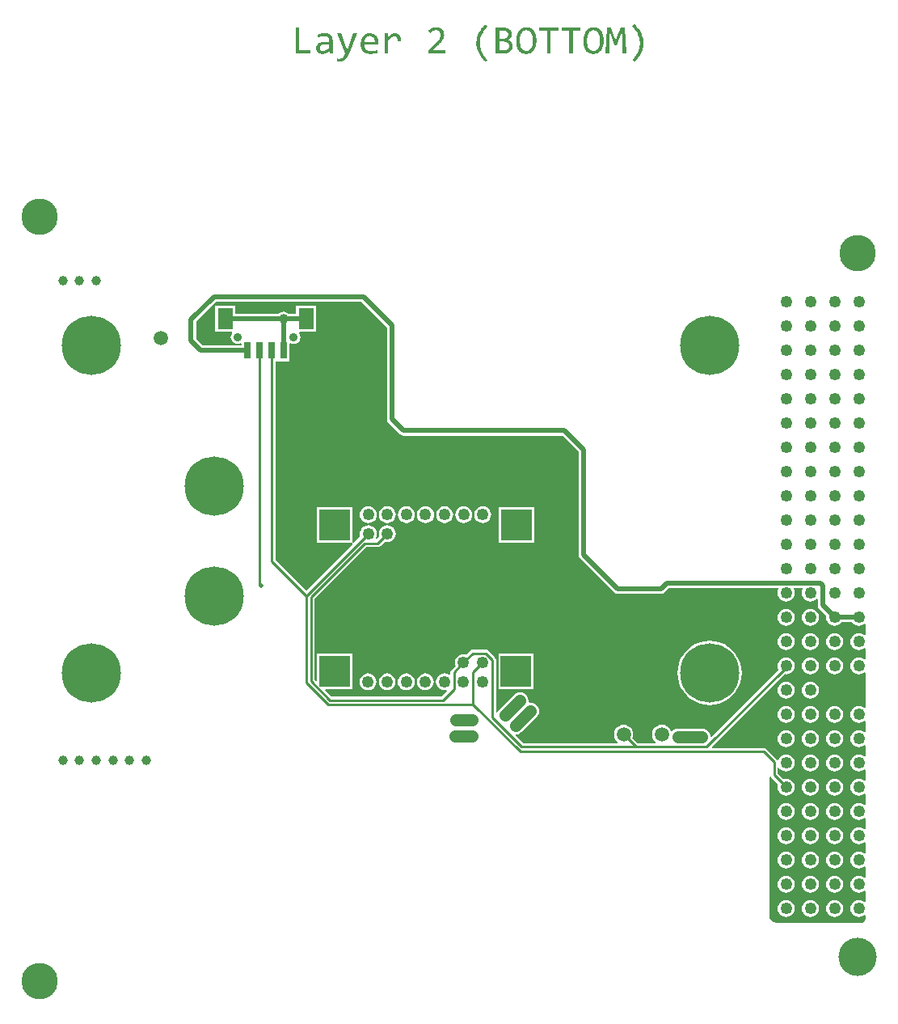
<source format=gbl>
G04*
G04 #@! TF.GenerationSoftware,Altium Limited,Altium Designer,19.1.7 (138)*
G04*
G04 Layer_Physical_Order=2*
G04 Layer_Color=16711680*
%FSLAX25Y25*%
%MOIN*%
G70*
G01*
G75*
%ADD10C,0.02000*%
%ADD11C,0.01000*%
%ADD20C,0.04921*%
%ADD21C,0.15748*%
%ADD22C,0.03543*%
%ADD24C,0.05000*%
%ADD25C,0.03937*%
%ADD26C,0.15000*%
%ADD27C,0.24400*%
%ADD28C,0.05906*%
%ADD29C,0.01968*%
%ADD30R,0.06299X0.08661*%
%ADD31R,0.02756X0.07087*%
%ADD32R,0.12598X0.12598*%
G36*
X7857Y138182D02*
Y100282D01*
X8012Y99502D01*
X8454Y98840D01*
X13095Y94200D01*
X13756Y93758D01*
X14536Y93603D01*
X80145D01*
X86772Y86976D01*
Y44577D01*
X86927Y43797D01*
X87369Y43135D01*
X101512Y28992D01*
X102174Y28550D01*
X102954Y28395D01*
X120815D01*
X121596Y28550D01*
X122257Y28992D01*
X124107Y30842D01*
X169111D01*
X169337Y30342D01*
X169039Y29624D01*
X168921Y28720D01*
X169039Y27817D01*
X169388Y26975D01*
X169943Y26252D01*
X170666Y25698D01*
X171508Y25349D01*
X172411Y25230D01*
X173314Y25349D01*
X174156Y25698D01*
X174879Y26252D01*
X175434Y26975D01*
X175783Y27817D01*
X175901Y28720D01*
X175783Y29624D01*
X175485Y30342D01*
X175711Y30842D01*
X179111D01*
X179337Y30342D01*
X179039Y29624D01*
X178920Y28720D01*
X179039Y27817D01*
X179388Y26975D01*
X179943Y26252D01*
X180666Y25698D01*
X181508Y25349D01*
X182411Y25230D01*
X183314Y25349D01*
X184156Y25698D01*
X184879Y26252D01*
X184972Y26373D01*
X185472Y26203D01*
Y23620D01*
X185627Y22840D01*
X186069Y22178D01*
X188991Y19256D01*
X188920Y18720D01*
X189039Y17817D01*
X189388Y16975D01*
X189943Y16252D01*
X190666Y15698D01*
X191507Y15349D01*
X192411Y15230D01*
X193314Y15349D01*
X194156Y15698D01*
X194879Y16252D01*
X195208Y16681D01*
X199614D01*
X199943Y16252D01*
X200666Y15698D01*
X201507Y15349D01*
X202411Y15230D01*
X203314Y15349D01*
X204156Y15698D01*
X204654Y16080D01*
X205154Y15833D01*
Y11608D01*
X204654Y11361D01*
X204156Y11743D01*
X203314Y12092D01*
X202411Y12211D01*
X201507Y12092D01*
X200666Y11743D01*
X199943Y11189D01*
X199388Y10466D01*
X199039Y9624D01*
X198921Y8720D01*
X199039Y7817D01*
X199388Y6975D01*
X199943Y6252D01*
X200666Y5698D01*
X201507Y5349D01*
X202411Y5230D01*
X203314Y5349D01*
X204156Y5698D01*
X204654Y6080D01*
X205154Y5833D01*
Y1608D01*
X204654Y1361D01*
X204156Y1743D01*
X203314Y2092D01*
X202411Y2211D01*
X201507Y2092D01*
X200666Y1743D01*
X199943Y1189D01*
X199388Y466D01*
X199039Y-376D01*
X198921Y-1280D01*
X199039Y-2183D01*
X199388Y-3025D01*
X199943Y-3748D01*
X200666Y-4302D01*
X201507Y-4651D01*
X202411Y-4770D01*
X203314Y-4651D01*
X204156Y-4302D01*
X204654Y-3920D01*
X205154Y-4167D01*
Y-18392D01*
X204654Y-18639D01*
X204156Y-18257D01*
X203314Y-17908D01*
X202411Y-17789D01*
X201507Y-17908D01*
X200666Y-18257D01*
X199943Y-18811D01*
X199388Y-19534D01*
X199039Y-20376D01*
X198921Y-21280D01*
X199039Y-22183D01*
X199388Y-23025D01*
X199943Y-23748D01*
X200666Y-24302D01*
X201507Y-24651D01*
X202411Y-24770D01*
X203314Y-24651D01*
X204156Y-24302D01*
X204654Y-23921D01*
X205154Y-24167D01*
Y-28392D01*
X204654Y-28639D01*
X204156Y-28257D01*
X203314Y-27908D01*
X202411Y-27789D01*
X201507Y-27908D01*
X200666Y-28257D01*
X199943Y-28811D01*
X199388Y-29534D01*
X199039Y-30376D01*
X198921Y-31280D01*
X199039Y-32183D01*
X199388Y-33025D01*
X199943Y-33748D01*
X200666Y-34302D01*
X201507Y-34651D01*
X202411Y-34770D01*
X203314Y-34651D01*
X204156Y-34302D01*
X204654Y-33920D01*
X205154Y-34167D01*
Y-38392D01*
X204654Y-38639D01*
X204156Y-38257D01*
X203314Y-37908D01*
X202411Y-37789D01*
X201507Y-37908D01*
X200666Y-38257D01*
X199943Y-38811D01*
X199388Y-39534D01*
X199039Y-40376D01*
X198921Y-41280D01*
X199039Y-42183D01*
X199388Y-43025D01*
X199943Y-43748D01*
X200666Y-44302D01*
X201507Y-44651D01*
X202411Y-44770D01*
X203314Y-44651D01*
X204156Y-44302D01*
X204654Y-43920D01*
X205154Y-44167D01*
Y-48392D01*
X204654Y-48639D01*
X204156Y-48257D01*
X203314Y-47908D01*
X202411Y-47789D01*
X201507Y-47908D01*
X200666Y-48257D01*
X199943Y-48811D01*
X199388Y-49534D01*
X199039Y-50376D01*
X198921Y-51280D01*
X199039Y-52183D01*
X199388Y-53025D01*
X199943Y-53748D01*
X200666Y-54302D01*
X201507Y-54651D01*
X202411Y-54770D01*
X203314Y-54651D01*
X204156Y-54302D01*
X204654Y-53921D01*
X205154Y-54167D01*
Y-58392D01*
X204654Y-58639D01*
X204156Y-58257D01*
X203314Y-57908D01*
X202411Y-57789D01*
X201507Y-57908D01*
X200666Y-58257D01*
X199943Y-58811D01*
X199388Y-59534D01*
X199039Y-60376D01*
X198921Y-61280D01*
X199039Y-62183D01*
X199388Y-63025D01*
X199943Y-63748D01*
X200666Y-64302D01*
X201507Y-64651D01*
X202411Y-64770D01*
X203314Y-64651D01*
X204156Y-64302D01*
X204654Y-63920D01*
X205154Y-64167D01*
Y-68392D01*
X204654Y-68639D01*
X204156Y-68257D01*
X203314Y-67908D01*
X202411Y-67789D01*
X201507Y-67908D01*
X200666Y-68257D01*
X199943Y-68811D01*
X199388Y-69534D01*
X199039Y-70376D01*
X198921Y-71280D01*
X199039Y-72183D01*
X199388Y-73025D01*
X199943Y-73748D01*
X200666Y-74302D01*
X201507Y-74651D01*
X202411Y-74770D01*
X203314Y-74651D01*
X204156Y-74302D01*
X204654Y-73921D01*
X205154Y-74167D01*
Y-78392D01*
X204654Y-78639D01*
X204156Y-78257D01*
X203314Y-77908D01*
X202411Y-77789D01*
X201507Y-77908D01*
X200666Y-78257D01*
X199943Y-78811D01*
X199388Y-79534D01*
X199039Y-80376D01*
X198921Y-81280D01*
X199039Y-82183D01*
X199388Y-83025D01*
X199943Y-83748D01*
X200666Y-84302D01*
X201507Y-84651D01*
X202411Y-84770D01*
X203314Y-84651D01*
X204156Y-84302D01*
X204654Y-83921D01*
X205154Y-84167D01*
Y-88392D01*
X204654Y-88639D01*
X204156Y-88257D01*
X203314Y-87908D01*
X202411Y-87789D01*
X201507Y-87908D01*
X200666Y-88257D01*
X199943Y-88811D01*
X199388Y-89534D01*
X199039Y-90376D01*
X198921Y-91280D01*
X199039Y-92183D01*
X199388Y-93025D01*
X199943Y-93748D01*
X200666Y-94302D01*
X201507Y-94651D01*
X202411Y-94770D01*
X203314Y-94651D01*
X204156Y-94302D01*
X204654Y-93920D01*
X205154Y-94167D01*
Y-98392D01*
X204654Y-98639D01*
X204156Y-98257D01*
X203314Y-97908D01*
X202411Y-97789D01*
X201507Y-97908D01*
X200666Y-98257D01*
X199943Y-98811D01*
X199388Y-99534D01*
X199039Y-100376D01*
X198921Y-101280D01*
X199039Y-102183D01*
X199388Y-103025D01*
X199943Y-103748D01*
X200666Y-104302D01*
X201507Y-104651D01*
X202411Y-104770D01*
X203314Y-104651D01*
X204156Y-104302D01*
X204654Y-103920D01*
X205154Y-104167D01*
Y-105407D01*
X205156Y-105420D01*
X205026Y-106075D01*
X204648Y-106640D01*
X204082Y-107018D01*
X203881Y-107059D01*
X203415Y-107141D01*
X202917Y-107146D01*
X193019D01*
X192982Y-107141D01*
Y-107146D01*
X168376D01*
Y-107142D01*
X167648Y-107046D01*
X166969Y-106765D01*
X166387Y-106318D01*
X165940Y-105736D01*
X165659Y-105058D01*
X165563Y-104330D01*
X165559D01*
Y-47105D01*
X166059Y-46966D01*
X166310Y-47341D01*
X169129Y-50160D01*
X169039Y-50376D01*
X168921Y-51280D01*
X169039Y-52183D01*
X169388Y-53025D01*
X169943Y-53748D01*
X170666Y-54302D01*
X171508Y-54651D01*
X172411Y-54770D01*
X173314Y-54651D01*
X174156Y-54302D01*
X174879Y-53748D01*
X175434Y-53025D01*
X175783Y-52183D01*
X175901Y-51280D01*
X175783Y-50376D01*
X175434Y-49534D01*
X174879Y-48811D01*
X174156Y-48257D01*
X173314Y-47908D01*
X172411Y-47789D01*
X171508Y-47908D01*
X171292Y-47997D01*
X168921Y-45626D01*
Y-43412D01*
X169015Y-43339D01*
X169694Y-43423D01*
X169943Y-43748D01*
X170666Y-44302D01*
X171508Y-44651D01*
X172411Y-44770D01*
X173314Y-44651D01*
X174156Y-44302D01*
X174879Y-43748D01*
X175434Y-43025D01*
X175783Y-42183D01*
X175901Y-41280D01*
X175783Y-40376D01*
X175434Y-39534D01*
X174879Y-38811D01*
X174156Y-38257D01*
X173314Y-37908D01*
X172411Y-37789D01*
X171508Y-37908D01*
X170666Y-38257D01*
X169943Y-38811D01*
X169388Y-39534D01*
X169184Y-40028D01*
X168620Y-40083D01*
X168473Y-39863D01*
X164165Y-35556D01*
X163669Y-35224D01*
X163084Y-35108D01*
X141981D01*
X141790Y-34646D01*
X171752Y-4683D01*
X172411Y-4770D01*
X173314Y-4651D01*
X174156Y-4302D01*
X174879Y-3748D01*
X175434Y-3025D01*
X175783Y-2183D01*
X175901Y-1280D01*
X175783Y-376D01*
X175434Y466D01*
X174879Y1189D01*
X174156Y1743D01*
X173314Y2092D01*
X172411Y2211D01*
X171508Y2092D01*
X170666Y1743D01*
X169943Y1189D01*
X169388Y466D01*
X169039Y-376D01*
X168921Y-1280D01*
X169039Y-2183D01*
X169299Y-2811D01*
X141699Y-30411D01*
X141171Y-30232D01*
X141112Y-29780D01*
X140759Y-28929D01*
X140198Y-28197D01*
X139467Y-27636D01*
X138615Y-27284D01*
X137702Y-27163D01*
X127734D01*
X126820Y-27284D01*
X125969Y-27636D01*
X125361Y-28103D01*
X124927Y-28056D01*
X124771Y-27984D01*
X124584Y-27534D01*
X123951Y-26708D01*
X123125Y-26075D01*
X122163Y-25677D01*
X121131Y-25541D01*
X120099Y-25677D01*
X119138Y-26075D01*
X118312Y-26708D01*
X117679Y-27534D01*
X117280Y-28496D01*
X117145Y-29528D01*
X117280Y-30560D01*
X117679Y-31521D01*
X118312Y-32347D01*
X118664Y-32616D01*
X118494Y-33116D01*
X111135D01*
X109042Y-31023D01*
X109234Y-30560D01*
X109370Y-29528D01*
X109234Y-28496D01*
X108836Y-27534D01*
X108203Y-26708D01*
X107377Y-26075D01*
X106415Y-25677D01*
X105383Y-25541D01*
X104351Y-25677D01*
X103390Y-26075D01*
X102564Y-26708D01*
X101931Y-27534D01*
X101532Y-28496D01*
X101397Y-29528D01*
X101532Y-30560D01*
X101931Y-31521D01*
X102564Y-32347D01*
X102916Y-32616D01*
X102746Y-33116D01*
X63891D01*
X60727Y-29952D01*
X60983Y-29501D01*
X61791Y-29399D01*
X62644Y-29051D01*
X63378Y-28494D01*
X69473Y-22463D01*
X70038Y-21735D01*
X70395Y-20885D01*
X70521Y-19972D01*
X70405Y-19058D01*
X70057Y-18205D01*
X69500Y-17471D01*
X68772Y-16906D01*
X67922Y-16549D01*
X67009Y-16423D01*
X66545Y-16482D01*
X66099Y-16034D01*
X66158Y-15591D01*
X66037Y-14677D01*
X65685Y-13826D01*
X65124Y-13094D01*
X64393Y-12533D01*
X63541Y-12181D01*
X62628Y-12060D01*
X61714Y-12181D01*
X60862Y-12533D01*
X60131Y-13094D01*
X54068Y-19157D01*
X53507Y-19888D01*
X53279Y-20440D01*
X52779Y-20340D01*
Y1171D01*
X52662Y1757D01*
X52331Y2253D01*
X49565Y5018D01*
X49069Y5350D01*
X48484Y5466D01*
X43307D01*
X42722Y5350D01*
X42226Y5018D01*
X40489Y3282D01*
X40273Y3371D01*
X39370Y3491D01*
X38467Y3371D01*
X37625Y3023D01*
X36902Y2468D01*
X36347Y1745D01*
X35998Y903D01*
X35880Y0D01*
X35998Y-903D01*
X36088Y-1119D01*
X34420Y-2787D01*
X34089Y-3283D01*
X33972Y-3869D01*
Y-4782D01*
X33472Y-5028D01*
X33241Y-4851D01*
X32399Y-4502D01*
X31496Y-4383D01*
X30593Y-4502D01*
X29751Y-4851D01*
X29028Y-5406D01*
X28473Y-6129D01*
X28124Y-6971D01*
X28006Y-7874D01*
X28124Y-8777D01*
X28473Y-9619D01*
X29028Y-10342D01*
X29751Y-10897D01*
X30593Y-11246D01*
X31496Y-11365D01*
X32184Y-11274D01*
X32418Y-11747D01*
X30227Y-13939D01*
X-15129D01*
X-17763Y-11304D01*
X-17572Y-10843D01*
X-6480D01*
Y3756D01*
X-21079D01*
Y-7336D01*
X-21541Y-7527D01*
X-22024Y-7044D01*
Y26335D01*
X-676Y47683D01*
X4005D01*
X4591Y47800D01*
X5087Y48131D01*
X6823Y49867D01*
X7039Y49778D01*
X7942Y49659D01*
X8846Y49778D01*
X9688Y50127D01*
X10411Y50681D01*
X10965Y51404D01*
X11314Y52246D01*
X11433Y53150D01*
X11314Y54053D01*
X10965Y54895D01*
X10411Y55618D01*
X9688Y56172D01*
X8846Y56521D01*
X7942Y56640D01*
X7039Y56521D01*
X6197Y56172D01*
X5474Y55618D01*
X4920Y54895D01*
X4571Y54053D01*
X4452Y53150D01*
X4571Y52246D01*
X4660Y52030D01*
X3596Y50965D01*
X3405Y50991D01*
X3286Y51148D01*
X3144Y51531D01*
X3440Y52246D01*
X3559Y53150D01*
X3440Y54053D01*
X3091Y54895D01*
X2537Y55618D01*
X1814Y56172D01*
X972Y56521D01*
X68Y56640D01*
X-835Y56521D01*
X-1677Y56172D01*
X-2400Y55618D01*
X-2954Y54895D01*
X-3303Y54053D01*
X-3422Y53150D01*
X-3303Y52246D01*
X-3214Y52030D01*
X-5955Y49289D01*
X-6412Y49539D01*
X-6412Y49833D01*
Y63992D01*
X-21010D01*
Y49394D01*
X-6887D01*
X-6558Y49394D01*
X-6307Y48937D01*
X-25522Y29722D01*
X-38264Y42464D01*
Y124197D01*
X-37416D01*
Y124197D01*
X-37250D01*
Y124197D01*
X-32495D01*
Y131536D01*
X-31995Y131726D01*
X-31383Y131473D01*
X-30660Y131378D01*
X-29936Y131473D01*
X-29262Y131752D01*
X-28683Y132196D01*
X-28239Y132775D01*
X-27960Y133450D01*
X-27864Y134173D01*
X-27960Y134897D01*
X-28239Y135571D01*
X-28493Y135901D01*
X-28246Y136401D01*
X-21471D01*
Y147063D01*
X-29770D01*
Y143771D01*
X-32782D01*
X-33375Y144227D01*
X-34098Y144526D01*
X-34872Y144628D01*
X-35647Y144526D01*
X-36370Y144227D01*
X-36963Y143771D01*
X-54739D01*
Y147063D01*
X-63038D01*
Y136401D01*
X-56263D01*
X-56016Y135901D01*
X-56270Y135571D01*
X-56549Y134897D01*
X-56644Y134173D01*
X-56549Y133450D01*
X-56270Y132775D01*
X-55826Y132196D01*
X-55247Y131752D01*
X-54572Y131473D01*
X-53849Y131378D01*
X-53125Y131473D01*
X-52514Y131726D01*
X-52014Y131536D01*
Y130779D01*
X-68181D01*
X-70924Y133522D01*
Y140494D01*
X-62670Y148748D01*
X-2709D01*
X7857Y138182D01*
D02*
G37*
G36*
X11286Y259429D02*
X11377D01*
X11505Y259411D01*
X11796Y259338D01*
X12106Y259247D01*
X12416Y259101D01*
X12725Y258882D01*
X12871Y258755D01*
X12999Y258609D01*
X13035Y258573D01*
X13054Y258518D01*
X13108Y258464D01*
X13145Y258372D01*
X13199Y258263D01*
X13272Y258136D01*
X13327Y257990D01*
X13381Y257826D01*
X13436Y257662D01*
X13491Y257461D01*
X13545Y257243D01*
X13582Y256988D01*
X13600Y256733D01*
X13618Y256459D01*
Y256168D01*
X12179D01*
Y256186D01*
Y256222D01*
Y256277D01*
Y256350D01*
X12161Y256532D01*
X12143Y256751D01*
X12106Y257006D01*
X12051Y257261D01*
X11960Y257516D01*
X11851Y257716D01*
X11833Y257735D01*
X11796Y257789D01*
X11705Y257880D01*
X11596Y257972D01*
X11450Y258044D01*
X11286Y258136D01*
X11086Y258190D01*
X10849Y258208D01*
X10740D01*
X10685Y258190D01*
X10503Y258172D01*
X10284Y258099D01*
X10266D01*
X10229Y258081D01*
X10175Y258063D01*
X10102Y258026D01*
X9901Y257917D01*
X9683Y257771D01*
X9664Y257753D01*
X9628Y257735D01*
X9573Y257680D01*
X9482Y257625D01*
X9282Y257425D01*
X9027Y257188D01*
X9009Y257170D01*
X8972Y257133D01*
X8899Y257061D01*
X8808Y256951D01*
X8699Y256824D01*
X8571Y256696D01*
X8444Y256532D01*
X8298Y256350D01*
Y251066D01*
X6859D01*
Y259302D01*
X8152D01*
X8189Y257771D01*
Y257789D01*
X8225Y257807D01*
X8316Y257917D01*
X8462Y258063D01*
X8644Y258263D01*
X8863Y258464D01*
X9100Y258682D01*
X9355Y258882D01*
X9628Y259047D01*
X9664Y259065D01*
X9756Y259101D01*
X9883Y259174D01*
X10084Y259247D01*
X10284Y259320D01*
X10539Y259393D01*
X10794Y259429D01*
X11067Y259447D01*
X11195D01*
X11286Y259429D01*
D02*
G37*
G36*
X106431Y251066D02*
X105010D01*
X104791Y257753D01*
X104700Y260304D01*
X104190Y258828D01*
X102605Y254564D01*
X101603D01*
X100090Y258664D01*
X99598Y260304D01*
X99562Y257644D01*
X99380Y251066D01*
X97995D01*
X98523Y261779D01*
X100254D01*
X101694Y257735D01*
X102167Y256368D01*
X102605Y257735D01*
X104135Y261779D01*
X105921D01*
X106431Y251066D01*
D02*
G37*
G36*
X-7426Y251941D02*
Y251922D01*
X-7444Y251886D01*
X-7462Y251831D01*
X-7499Y251759D01*
X-7590Y251540D01*
X-7699Y251285D01*
X-7845Y250993D01*
X-7991Y250665D01*
X-8155Y250337D01*
X-8337Y250028D01*
X-8355Y249991D01*
X-8410Y249900D01*
X-8501Y249736D01*
X-8628Y249554D01*
X-8774Y249335D01*
X-8956Y249117D01*
X-9138Y248898D01*
X-9339Y248679D01*
X-9357Y248661D01*
X-9430Y248588D01*
X-9539Y248497D01*
X-9685Y248388D01*
X-9867Y248260D01*
X-10068Y248133D01*
X-10305Y248023D01*
X-10541Y247914D01*
X-10578Y247896D01*
X-10651Y247878D01*
X-10796Y247841D01*
X-10979Y247786D01*
X-11197Y247732D01*
X-11434Y247695D01*
X-11726Y247677D01*
X-12017Y247659D01*
X-12272D01*
X-12418Y247677D01*
X-12637D01*
X-12783Y247695D01*
Y248989D01*
X-12746D01*
X-12673Y248971D01*
X-12546D01*
X-12400Y248953D01*
X-12363D01*
X-12254Y248934D01*
X-12108Y248916D01*
X-11799D01*
X-11708Y248934D01*
X-11452Y248971D01*
X-11197Y249044D01*
X-11179D01*
X-11143Y249062D01*
X-11070Y249098D01*
X-10979Y249135D01*
X-10778Y249244D01*
X-10560Y249408D01*
X-10541Y249426D01*
X-10505Y249463D01*
X-10450Y249517D01*
X-10378Y249590D01*
X-10286Y249681D01*
X-10177Y249809D01*
X-9977Y250082D01*
X-9958Y250100D01*
X-9922Y250155D01*
X-9867Y250246D01*
X-9794Y250356D01*
X-9721Y250501D01*
X-9630Y250683D01*
X-9521Y250866D01*
X-9430Y251066D01*
X-12710Y259302D01*
X-11088D01*
X-9011Y253836D01*
X-8592Y252560D01*
X-8118Y253872D01*
X-6187Y259302D01*
X-4620D01*
X-7426Y251941D01*
D02*
G37*
G36*
X87646Y260541D02*
X84476D01*
Y251066D01*
X83000D01*
Y260541D01*
X79830D01*
Y261779D01*
X87646D01*
Y260541D01*
D02*
G37*
G36*
X78409D02*
X75238D01*
Y251066D01*
X73763D01*
Y260541D01*
X70592D01*
Y261779D01*
X78409D01*
Y260541D01*
D02*
G37*
G36*
X56053Y261761D02*
X56271Y261743D01*
X56545Y261707D01*
X56836Y261634D01*
X57164Y261561D01*
X57492Y261452D01*
X57820Y261324D01*
X58148Y261142D01*
X58439Y260941D01*
X58713Y260686D01*
X58931Y260377D01*
X59114Y260030D01*
X59223Y259630D01*
X59241Y259411D01*
X59259Y259174D01*
Y259156D01*
Y259138D01*
Y259028D01*
X59241Y258864D01*
X59205Y258664D01*
X59150Y258427D01*
X59077Y258172D01*
X58986Y257917D01*
X58840Y257680D01*
X58822Y257662D01*
X58767Y257571D01*
X58658Y257461D01*
X58531Y257334D01*
X58348Y257188D01*
X58112Y257024D01*
X57838Y256878D01*
X57510Y256751D01*
X57529D01*
X57583Y256733D01*
X57674Y256714D01*
X57784Y256696D01*
X58039Y256605D01*
X58330Y256477D01*
X58348D01*
X58403Y256441D01*
X58476Y256405D01*
X58567Y256332D01*
X58786Y256186D01*
X59004Y255967D01*
X59022Y255949D01*
X59059Y255913D01*
X59114Y255840D01*
X59168Y255767D01*
X59241Y255658D01*
X59314Y255530D01*
X59460Y255220D01*
Y255202D01*
X59496Y255147D01*
X59514Y255056D01*
X59551Y254947D01*
X59587Y254801D01*
X59606Y254637D01*
X59642Y254273D01*
Y254236D01*
Y254145D01*
X59624Y254000D01*
X59606Y253799D01*
X59569Y253599D01*
X59514Y253362D01*
X59442Y253125D01*
X59332Y252888D01*
X59314Y252870D01*
X59278Y252797D01*
X59205Y252688D01*
X59114Y252542D01*
X59004Y252396D01*
X58859Y252214D01*
X58695Y252050D01*
X58494Y251886D01*
X58476Y251868D01*
X58403Y251813D01*
X58276Y251740D01*
X58130Y251667D01*
X57929Y251558D01*
X57711Y251449D01*
X57456Y251358D01*
X57164Y251267D01*
X57128D01*
X57037Y251230D01*
X56873Y251212D01*
X56672Y251175D01*
X56417Y251139D01*
X56125Y251103D01*
X55798Y251084D01*
X55451Y251066D01*
X52700D01*
Y261779D01*
X55870D01*
X56053Y261761D01*
D02*
G37*
G36*
X28413Y261925D02*
X28595D01*
X28795Y261889D01*
X29014Y261852D01*
X29251Y261798D01*
X29470Y261725D01*
X29488Y261707D01*
X29561Y261688D01*
X29670Y261634D01*
X29816Y261561D01*
X29980Y261470D01*
X30144Y261379D01*
X30472Y261105D01*
X30490Y261087D01*
X30545Y261033D01*
X30617Y260941D01*
X30727Y260832D01*
X30836Y260686D01*
X30946Y260522D01*
X31055Y260340D01*
X31146Y260121D01*
X31164Y260103D01*
X31182Y260012D01*
X31219Y259903D01*
X31273Y259739D01*
X31310Y259538D01*
X31346Y259320D01*
X31365Y259083D01*
X31383Y258810D01*
Y258791D01*
Y258700D01*
Y258591D01*
X31365Y258427D01*
X31346Y258263D01*
X31310Y258063D01*
X31219Y257662D01*
Y257644D01*
X31182Y257571D01*
X31146Y257461D01*
X31091Y257334D01*
X31018Y257170D01*
X30927Y256988D01*
X30709Y256605D01*
X30690Y256587D01*
X30654Y256514D01*
X30581Y256423D01*
X30490Y256277D01*
X30362Y256113D01*
X30217Y255931D01*
X30053Y255731D01*
X29871Y255530D01*
X29852Y255512D01*
X29779Y255439D01*
X29670Y255330D01*
X29543Y255184D01*
X29360Y255002D01*
X29160Y254801D01*
X28941Y254564D01*
X28686Y254328D01*
X26755Y252433D01*
X31966D01*
Y251066D01*
X24896D01*
Y252342D01*
X27648Y255093D01*
X27684Y255129D01*
X27757Y255202D01*
X27885Y255330D01*
X28049Y255494D01*
X28231Y255676D01*
X28413Y255876D01*
X28595Y256077D01*
X28759Y256259D01*
X28777Y256277D01*
X28832Y256350D01*
X28905Y256441D01*
X28996Y256550D01*
X29105Y256696D01*
X29215Y256842D01*
X29415Y257152D01*
X29433Y257170D01*
X29452Y257224D01*
X29506Y257297D01*
X29561Y257407D01*
X29670Y257644D01*
X29743Y257917D01*
Y257935D01*
X29761Y257990D01*
X29779Y258063D01*
X29798Y258154D01*
Y258263D01*
X29816Y258409D01*
X29834Y258700D01*
Y258718D01*
Y258773D01*
Y258846D01*
X29816Y258937D01*
X29798Y259192D01*
X29725Y259447D01*
Y259466D01*
X29706Y259502D01*
X29688Y259575D01*
X29652Y259666D01*
X29543Y259866D01*
X29397Y260085D01*
X29379Y260103D01*
X29360Y260140D01*
X29306Y260176D01*
X29251Y260249D01*
X29051Y260377D01*
X28814Y260522D01*
X28795D01*
X28759Y260541D01*
X28686Y260577D01*
X28577Y260613D01*
X28449Y260632D01*
X28322Y260668D01*
X28158Y260686D01*
X27866D01*
X27739Y260668D01*
X27575Y260650D01*
X27374Y260613D01*
X27174Y260559D01*
X26955Y260486D01*
X26737Y260377D01*
X26719Y260358D01*
X26646Y260322D01*
X26536Y260249D01*
X26390Y260158D01*
X26245Y260049D01*
X26063Y259921D01*
X25899Y259757D01*
X25716Y259593D01*
X24933Y260522D01*
X24969Y260559D01*
X25042Y260632D01*
X25170Y260741D01*
X25334Y260887D01*
X25534Y261051D01*
X25771Y261215D01*
X26026Y261397D01*
X26318Y261543D01*
X26336D01*
X26354Y261561D01*
X26463Y261597D01*
X26627Y261670D01*
X26846Y261743D01*
X27119Y261816D01*
X27429Y261889D01*
X27775Y261925D01*
X28158Y261944D01*
X28285D01*
X28413Y261925D01*
D02*
G37*
G36*
X-17374Y259429D02*
X-17174Y259411D01*
X-16937Y259374D01*
X-16481Y259283D01*
X-16463D01*
X-16372Y259247D01*
X-16262Y259210D01*
X-16135Y259156D01*
X-15971Y259083D01*
X-15807Y258992D01*
X-15643Y258901D01*
X-15479Y258773D01*
X-15461Y258755D01*
X-15406Y258718D01*
X-15333Y258646D01*
X-15242Y258555D01*
X-15133Y258427D01*
X-15024Y258281D01*
X-14932Y258117D01*
X-14841Y257935D01*
X-14823Y257917D01*
X-14805Y257844D01*
X-14769Y257735D01*
X-14714Y257589D01*
X-14677Y257425D01*
X-14641Y257206D01*
X-14623Y256988D01*
X-14604Y256733D01*
Y251066D01*
X-15898D01*
X-15935Y252159D01*
X-15971Y252123D01*
X-16044Y252050D01*
X-16190Y251941D01*
X-16354Y251795D01*
X-16572Y251649D01*
X-16791Y251485D01*
X-17046Y251339D01*
X-17301Y251212D01*
X-17337Y251194D01*
X-17429Y251175D01*
X-17556Y251121D01*
X-17738Y251066D01*
X-17957Y251011D01*
X-18212Y250975D01*
X-18467Y250939D01*
X-18759Y250920D01*
X-18868D01*
X-18995Y250939D01*
X-19160D01*
X-19360Y250957D01*
X-19560Y250993D01*
X-19961Y251084D01*
X-19979D01*
X-20034Y251121D01*
X-20125Y251157D01*
X-20253Y251212D01*
X-20508Y251376D01*
X-20781Y251576D01*
X-20799Y251594D01*
X-20836Y251631D01*
X-20890Y251704D01*
X-20963Y251795D01*
X-21036Y251904D01*
X-21127Y252032D01*
X-21255Y252323D01*
Y252342D01*
X-21273Y252396D01*
X-21291Y252487D01*
X-21328Y252597D01*
X-21346Y252742D01*
X-21382Y252906D01*
X-21401Y253253D01*
Y253271D01*
Y253307D01*
Y253380D01*
X-21382Y253453D01*
X-21364Y253562D01*
X-21346Y253690D01*
X-21291Y253963D01*
X-21182Y254273D01*
X-21018Y254601D01*
X-20909Y254765D01*
X-20781Y254910D01*
X-20653Y255056D01*
X-20490Y255202D01*
X-20471D01*
X-20453Y255239D01*
X-20398Y255275D01*
X-20307Y255311D01*
X-20216Y255366D01*
X-20107Y255421D01*
X-19961Y255494D01*
X-19797Y255567D01*
X-19615Y255621D01*
X-19415Y255694D01*
X-19196Y255749D01*
X-18941Y255803D01*
X-18686Y255840D01*
X-18394Y255876D01*
X-18085Y255913D01*
X-16044D01*
Y256623D01*
Y256660D01*
Y256751D01*
X-16062Y256878D01*
X-16098Y257042D01*
X-16153Y257224D01*
X-16244Y257425D01*
X-16354Y257607D01*
X-16518Y257789D01*
X-16536Y257807D01*
X-16609Y257862D01*
X-16718Y257935D01*
X-16864Y258008D01*
X-17064Y258081D01*
X-17319Y258154D01*
X-17611Y258208D01*
X-17939Y258227D01*
X-18194D01*
X-18376Y258208D01*
X-18595Y258190D01*
X-18813Y258154D01*
X-19323Y258063D01*
X-19360D01*
X-19433Y258026D01*
X-19579Y257990D01*
X-19742Y257953D01*
X-19961Y257880D01*
X-20198Y257807D01*
X-20453Y257716D01*
X-20708Y257625D01*
Y258919D01*
X-20690D01*
X-20653Y258937D01*
X-20617Y258955D01*
X-20544Y258974D01*
X-20362Y259028D01*
X-20125Y259101D01*
X-20107D01*
X-20071Y259119D01*
X-19998Y259138D01*
X-19906Y259156D01*
X-19670Y259210D01*
X-19415Y259265D01*
X-19396D01*
X-19342Y259283D01*
X-19269Y259302D01*
X-19178Y259320D01*
X-19068Y259338D01*
X-18941Y259356D01*
X-18649Y259393D01*
X-18631D01*
X-18576Y259411D01*
X-18504D01*
X-18394Y259429D01*
X-18267D01*
X-18139Y259447D01*
X-17556D01*
X-17374Y259429D01*
D02*
G37*
G36*
X-28342Y252305D02*
X-23642D01*
Y251066D01*
X-29818D01*
Y261779D01*
X-28342D01*
Y252305D01*
D02*
G37*
G36*
X93422Y261925D02*
X93659Y261889D01*
X93950Y261852D01*
X94242Y261779D01*
X94551Y261688D01*
X94843Y261561D01*
X94880Y261543D01*
X94971Y261488D01*
X95116Y261397D01*
X95299Y261288D01*
X95499Y261124D01*
X95699Y260941D01*
X95918Y260723D01*
X96118Y260468D01*
X96137Y260431D01*
X96210Y260340D01*
X96301Y260194D01*
X96410Y259994D01*
X96538Y259739D01*
X96665Y259447D01*
X96774Y259119D01*
X96884Y258755D01*
Y258737D01*
X96902Y258718D01*
Y258664D01*
X96920Y258573D01*
X96938Y258482D01*
X96957Y258372D01*
X97011Y258099D01*
X97066Y257771D01*
X97102Y257388D01*
X97121Y256951D01*
X97139Y256496D01*
Y256477D01*
Y256441D01*
Y256350D01*
Y256259D01*
X97121Y256131D01*
Y255985D01*
X97102Y255639D01*
X97048Y255257D01*
X96993Y254838D01*
X96902Y254419D01*
X96793Y254000D01*
Y253981D01*
X96774Y253945D01*
X96756Y253890D01*
X96738Y253817D01*
X96647Y253635D01*
X96556Y253380D01*
X96410Y253107D01*
X96264Y252815D01*
X96064Y252524D01*
X95863Y252250D01*
X95845Y252214D01*
X95772Y252141D01*
X95645Y252014D01*
X95481Y251868D01*
X95280Y251704D01*
X95062Y251540D01*
X94807Y251394D01*
X94515Y251248D01*
X94479Y251230D01*
X94388Y251194D01*
X94224Y251139D01*
X94023Y251084D01*
X93786Y251030D01*
X93513Y250975D01*
X93203Y250939D01*
X92893Y250920D01*
X92711D01*
X92529Y250939D01*
X92274Y250975D01*
X92001Y251011D01*
X91691Y251066D01*
X91381Y251157D01*
X91090Y251285D01*
X91053Y251303D01*
X90962Y251358D01*
X90816Y251449D01*
X90652Y251558D01*
X90434Y251722D01*
X90233Y251904D01*
X90015Y252123D01*
X89814Y252360D01*
X89796Y252396D01*
X89723Y252487D01*
X89632Y252633D01*
X89523Y252834D01*
X89413Y253089D01*
X89286Y253380D01*
X89177Y253708D01*
X89067Y254072D01*
Y254091D01*
X89049Y254127D01*
Y254182D01*
X89031Y254255D01*
X89013Y254346D01*
X88994Y254455D01*
X88958Y254747D01*
X88903Y255075D01*
X88867Y255475D01*
X88849Y255913D01*
X88830Y256368D01*
Y256386D01*
Y256423D01*
Y256514D01*
Y256605D01*
X88849Y256733D01*
Y256878D01*
X88867Y257206D01*
X88903Y257607D01*
X88976Y258008D01*
X89049Y258445D01*
X89158Y258846D01*
Y258864D01*
X89177Y258901D01*
X89195Y258955D01*
X89213Y259028D01*
X89286Y259210D01*
X89395Y259466D01*
X89523Y259739D01*
X89687Y260030D01*
X89869Y260304D01*
X90069Y260577D01*
X90088Y260613D01*
X90179Y260686D01*
X90288Y260814D01*
X90452Y260960D01*
X90652Y261124D01*
X90889Y261306D01*
X91144Y261452D01*
X91418Y261597D01*
X91454Y261615D01*
X91545Y261652D01*
X91709Y261707D01*
X91910Y261779D01*
X92146Y261834D01*
X92438Y261889D01*
X92730Y261925D01*
X93058Y261944D01*
X93221D01*
X93422Y261925D01*
D02*
G37*
G36*
X65709D02*
X65946Y261889D01*
X66238Y261852D01*
X66529Y261779D01*
X66839Y261688D01*
X67130Y261561D01*
X67167Y261543D01*
X67258Y261488D01*
X67404Y261397D01*
X67586Y261288D01*
X67786Y261124D01*
X67987Y260941D01*
X68205Y260723D01*
X68406Y260468D01*
X68424Y260431D01*
X68497Y260340D01*
X68588Y260194D01*
X68697Y259994D01*
X68825Y259739D01*
X68952Y259447D01*
X69062Y259119D01*
X69171Y258755D01*
Y258737D01*
X69189Y258718D01*
Y258664D01*
X69208Y258573D01*
X69226Y258482D01*
X69244Y258372D01*
X69299Y258099D01*
X69353Y257771D01*
X69390Y257388D01*
X69408Y256951D01*
X69426Y256496D01*
Y256477D01*
Y256441D01*
Y256350D01*
Y256259D01*
X69408Y256131D01*
Y255985D01*
X69390Y255639D01*
X69335Y255257D01*
X69280Y254838D01*
X69189Y254419D01*
X69080Y254000D01*
Y253981D01*
X69062Y253945D01*
X69043Y253890D01*
X69025Y253817D01*
X68934Y253635D01*
X68843Y253380D01*
X68697Y253107D01*
X68552Y252815D01*
X68351Y252524D01*
X68151Y252250D01*
X68133Y252214D01*
X68060Y252141D01*
X67932Y252014D01*
X67768Y251868D01*
X67568Y251704D01*
X67349Y251540D01*
X67094Y251394D01*
X66803Y251248D01*
X66766Y251230D01*
X66675Y251194D01*
X66511Y251139D01*
X66311Y251084D01*
X66074Y251030D01*
X65800Y250975D01*
X65491Y250939D01*
X65181Y250920D01*
X64999D01*
X64816Y250939D01*
X64561Y250975D01*
X64288Y251011D01*
X63978Y251066D01*
X63669Y251157D01*
X63377Y251285D01*
X63341Y251303D01*
X63250Y251358D01*
X63104Y251449D01*
X62940Y251558D01*
X62721Y251722D01*
X62521Y251904D01*
X62302Y252123D01*
X62102Y252360D01*
X62084Y252396D01*
X62011Y252487D01*
X61919Y252633D01*
X61810Y252834D01*
X61701Y253089D01*
X61573Y253380D01*
X61464Y253708D01*
X61355Y254072D01*
Y254091D01*
X61336Y254127D01*
Y254182D01*
X61318Y254255D01*
X61300Y254346D01*
X61282Y254455D01*
X61245Y254747D01*
X61191Y255075D01*
X61154Y255475D01*
X61136Y255913D01*
X61118Y256368D01*
Y256386D01*
Y256423D01*
Y256514D01*
Y256605D01*
X61136Y256733D01*
Y256878D01*
X61154Y257206D01*
X61191Y257607D01*
X61264Y258008D01*
X61336Y258445D01*
X61446Y258846D01*
Y258864D01*
X61464Y258901D01*
X61482Y258955D01*
X61501Y259028D01*
X61573Y259210D01*
X61683Y259466D01*
X61810Y259739D01*
X61974Y260030D01*
X62156Y260304D01*
X62357Y260577D01*
X62375Y260613D01*
X62466Y260686D01*
X62575Y260814D01*
X62739Y260960D01*
X62940Y261124D01*
X63177Y261306D01*
X63432Y261452D01*
X63705Y261597D01*
X63741Y261615D01*
X63833Y261652D01*
X63997Y261707D01*
X64197Y261779D01*
X64434Y261834D01*
X64725Y261889D01*
X65017Y261925D01*
X65345Y261944D01*
X65509D01*
X65709Y261925D01*
D02*
G37*
G36*
X992Y259429D02*
X1192Y259411D01*
X1429Y259374D01*
X1684Y259338D01*
X1939Y259265D01*
X2194Y259174D01*
X2231Y259156D01*
X2304Y259119D01*
X2431Y259065D01*
X2595Y258974D01*
X2759Y258864D01*
X2960Y258737D01*
X3142Y258573D01*
X3324Y258391D01*
X3342Y258372D01*
X3397Y258299D01*
X3488Y258190D01*
X3579Y258063D01*
X3688Y257880D01*
X3816Y257680D01*
X3925Y257443D01*
X4016Y257188D01*
X4035Y257152D01*
X4053Y257061D01*
X4089Y256915D01*
X4144Y256733D01*
X4180Y256496D01*
X4217Y256241D01*
X4235Y255949D01*
X4253Y255621D01*
Y255603D01*
Y255567D01*
Y255512D01*
Y255439D01*
Y255275D01*
X4235Y255093D01*
Y255056D01*
Y254965D01*
Y254856D01*
X4217Y254728D01*
X-1559Y254728D01*
Y254710D01*
Y254674D01*
Y254601D01*
X-1541Y254528D01*
Y254419D01*
X-1522Y254291D01*
X-1468Y253999D01*
X-1395Y253690D01*
X-1268Y253362D01*
X-1103Y253052D01*
X-867Y252779D01*
X-830Y252742D01*
X-739Y252670D01*
X-575Y252560D01*
X-338Y252451D01*
X-47Y252323D01*
X299Y252214D01*
X700Y252141D01*
X1174Y252105D01*
X1630D01*
X1885Y252123D01*
X1939D01*
X2012Y252141D01*
X2103D01*
X2340Y252178D01*
X2577Y252196D01*
X2595D01*
X2632Y252214D01*
X2705D01*
X2796Y252232D01*
X2996Y252269D01*
X3233Y252305D01*
X3251D01*
X3288Y252323D01*
X3342Y252342D01*
X3415Y252360D01*
X3616Y252396D01*
X3816Y252451D01*
Y251285D01*
X3798D01*
X3707Y251267D01*
X3597Y251230D01*
X3433Y251194D01*
X3233Y251157D01*
X3014Y251103D01*
X2759Y251066D01*
X2486Y251030D01*
X2449D01*
X2358Y251011D01*
X2213Y250993D01*
X2030Y250975D01*
X1794Y250957D01*
X1538Y250939D01*
X1265Y250920D01*
X791D01*
X591Y250939D01*
X354Y250957D01*
X63Y250993D01*
X-247Y251030D01*
X-557Y251103D01*
X-848Y251194D01*
X-885Y251212D01*
X-976Y251248D01*
X-1122Y251321D01*
X-1286Y251412D01*
X-1486Y251522D01*
X-1705Y251667D01*
X-1905Y251831D01*
X-2106Y252032D01*
X-2124Y252050D01*
X-2179Y252123D01*
X-2269Y252250D01*
X-2379Y252396D01*
X-2506Y252597D01*
X-2616Y252815D01*
X-2743Y253088D01*
X-2834Y253362D01*
Y253380D01*
Y253398D01*
X-2871Y253508D01*
X-2907Y253672D01*
X-2944Y253890D01*
X-2980Y254164D01*
X-3017Y254455D01*
X-3035Y254801D01*
X-3053Y255166D01*
Y255184D01*
Y255202D01*
Y255311D01*
X-3035Y255475D01*
X-3017Y255694D01*
X-2998Y255931D01*
X-2944Y256204D01*
X-2889Y256496D01*
X-2816Y256787D01*
Y256805D01*
X-2798Y256824D01*
X-2761Y256915D01*
X-2707Y257061D01*
X-2634Y257261D01*
X-2525Y257461D01*
X-2397Y257698D01*
X-2251Y257935D01*
X-2087Y258154D01*
X-2069Y258172D01*
X-1996Y258245D01*
X-1887Y258354D01*
X-1759Y258500D01*
X-1577Y258646D01*
X-1377Y258810D01*
X-1158Y258955D01*
X-903Y259101D01*
X-867Y259119D01*
X-776Y259156D01*
X-630Y259210D01*
X-448Y259283D01*
X-211Y259338D01*
X63Y259393D01*
X354Y259429D01*
X682Y259447D01*
X828D01*
X992Y259429D01*
D02*
G37*
G36*
X109838Y263255D02*
X109856Y263237D01*
X109911Y263182D01*
X109984Y263110D01*
X110075Y263018D01*
X110166Y262927D01*
X110421Y262654D01*
X110695Y262326D01*
X111022Y261944D01*
X111369Y261488D01*
X111715Y260978D01*
X112061Y260431D01*
X112407Y259830D01*
X112735Y259174D01*
X113027Y258500D01*
X113263Y257789D01*
X113446Y257042D01*
X113519Y256660D01*
X113573Y256277D01*
X113591Y255876D01*
X113610Y255475D01*
Y255457D01*
Y255439D01*
Y255384D01*
Y255330D01*
Y255147D01*
X113591Y254911D01*
X113573Y254637D01*
X113537Y254328D01*
X113482Y253981D01*
X113427Y253635D01*
Y253617D01*
Y253599D01*
X113409Y253544D01*
X113391Y253471D01*
X113355Y253289D01*
X113282Y253034D01*
X113191Y252742D01*
X113081Y252414D01*
X112954Y252068D01*
X112808Y251704D01*
Y251686D01*
X112790Y251667D01*
X112771Y251613D01*
X112735Y251540D01*
X112626Y251339D01*
X112498Y251084D01*
X112334Y250775D01*
X112116Y250447D01*
X111897Y250082D01*
X111624Y249700D01*
Y249681D01*
X111587Y249645D01*
X111551Y249590D01*
X111496Y249517D01*
X111423Y249426D01*
X111332Y249317D01*
X111114Y249044D01*
X110858Y248734D01*
X110549Y248388D01*
X110184Y248005D01*
X109783Y247623D01*
X108964Y248479D01*
X108982Y248497D01*
X109036Y248552D01*
X109109Y248643D01*
X109219Y248752D01*
X109364Y248898D01*
X109510Y249080D01*
X109674Y249262D01*
X109856Y249481D01*
X110038Y249718D01*
X110239Y249973D01*
X110640Y250538D01*
X111004Y251139D01*
X111168Y251467D01*
X111332Y251777D01*
X111350Y251795D01*
X111369Y251850D01*
X111405Y251941D01*
X111460Y252068D01*
X111514Y252232D01*
X111587Y252414D01*
X111660Y252633D01*
X111733Y252870D01*
X111806Y253125D01*
X111879Y253398D01*
X112006Y254018D01*
X112097Y254674D01*
X112134Y255020D01*
Y255366D01*
Y255384D01*
Y255402D01*
Y255457D01*
Y255548D01*
X112116Y255639D01*
Y255749D01*
X112079Y256022D01*
X112043Y256368D01*
X111970Y256769D01*
X111861Y257206D01*
X111733Y257698D01*
X111569Y258227D01*
X111369Y258791D01*
X111095Y259374D01*
X110804Y259976D01*
X110439Y260577D01*
X110002Y261178D01*
X109528Y261798D01*
X109255Y262089D01*
X108964Y262381D01*
X109820Y263274D01*
X109838Y263255D01*
D02*
G37*
G36*
X49275Y262417D02*
X49238Y262381D01*
X49147Y262271D01*
X48983Y262107D01*
X48783Y261871D01*
X48528Y261579D01*
X48273Y261233D01*
X47981Y260814D01*
X47690Y260377D01*
X47380Y259885D01*
X47088Y259338D01*
X46833Y258773D01*
X46578Y258154D01*
X46378Y257516D01*
X46232Y256860D01*
X46123Y256168D01*
X46105Y255821D01*
X46086Y255457D01*
Y255439D01*
Y255366D01*
Y255275D01*
X46105Y255129D01*
Y254965D01*
X46123Y254765D01*
X46159Y254546D01*
X46196Y254291D01*
X46232Y254018D01*
X46287Y253745D01*
X46433Y253125D01*
X46633Y252469D01*
X46742Y252141D01*
X46888Y251813D01*
X46906Y251795D01*
X46924Y251740D01*
X46979Y251649D01*
X47034Y251522D01*
X47125Y251358D01*
X47234Y251175D01*
X47344Y250975D01*
X47489Y250738D01*
X47653Y250501D01*
X47817Y250246D01*
X48018Y249973D01*
X48236Y249681D01*
X48473Y249390D01*
X48710Y249098D01*
X48983Y248807D01*
X49275Y248515D01*
X48400Y247623D01*
X48382Y247641D01*
X48364Y247659D01*
X48309Y247714D01*
X48236Y247786D01*
X48145Y247878D01*
X48054Y247969D01*
X47817Y248242D01*
X47526Y248570D01*
X47216Y248953D01*
X46870Y249408D01*
X46524Y249900D01*
X46159Y250447D01*
X45831Y251048D01*
X45503Y251686D01*
X45212Y252360D01*
X44975Y253070D01*
X44793Y253799D01*
X44720Y254182D01*
X44665Y254564D01*
X44647Y254947D01*
X44629Y255348D01*
Y255366D01*
Y255402D01*
Y255439D01*
Y255512D01*
X44647Y255712D01*
Y255967D01*
X44683Y256277D01*
X44720Y256605D01*
X44756Y256969D01*
X44829Y257334D01*
Y257352D01*
X44847Y257370D01*
Y257425D01*
X44866Y257498D01*
X44920Y257698D01*
X44993Y257953D01*
X45066Y258245D01*
X45175Y258573D01*
X45321Y258937D01*
X45467Y259302D01*
Y259320D01*
X45485Y259356D01*
X45522Y259393D01*
X45558Y259466D01*
X45649Y259666D01*
X45795Y259921D01*
X45959Y260231D01*
X46159Y260559D01*
X46396Y260923D01*
X46651Y261288D01*
Y261306D01*
X46688Y261342D01*
X46724Y261379D01*
X46779Y261452D01*
X46943Y261652D01*
X47143Y261907D01*
X47416Y262217D01*
X47708Y262545D01*
X48054Y262909D01*
X48437Y263274D01*
X49275Y262417D01*
D02*
G37*
%LPC*%
G36*
X47313Y64514D02*
X46409Y64395D01*
X45567Y64046D01*
X44844Y63492D01*
X44290Y62769D01*
X43941Y61927D01*
X43822Y61024D01*
X43941Y60120D01*
X44290Y59278D01*
X44844Y58555D01*
X45567Y58001D01*
X46409Y57652D01*
X47313Y57533D01*
X48216Y57652D01*
X49058Y58001D01*
X49781Y58555D01*
X50335Y59278D01*
X50684Y60120D01*
X50803Y61024D01*
X50684Y61927D01*
X50335Y62769D01*
X49781Y63492D01*
X49058Y64046D01*
X48216Y64395D01*
X47313Y64514D01*
D02*
G37*
G36*
X39439D02*
X38535Y64395D01*
X37693Y64046D01*
X36970Y63492D01*
X36416Y62769D01*
X36067Y61927D01*
X35948Y61024D01*
X36067Y60120D01*
X36416Y59278D01*
X36970Y58555D01*
X37693Y58001D01*
X38535Y57652D01*
X39439Y57533D01*
X40342Y57652D01*
X41184Y58001D01*
X41907Y58555D01*
X42461Y59278D01*
X42810Y60120D01*
X42929Y61024D01*
X42810Y61927D01*
X42461Y62769D01*
X41907Y63492D01*
X41184Y64046D01*
X40342Y64395D01*
X39439Y64514D01*
D02*
G37*
G36*
X31565D02*
X30661Y64395D01*
X29819Y64046D01*
X29096Y63492D01*
X28542Y62769D01*
X28193Y61927D01*
X28074Y61024D01*
X28193Y60120D01*
X28542Y59278D01*
X29096Y58555D01*
X29819Y58001D01*
X30661Y57652D01*
X31565Y57533D01*
X32468Y57652D01*
X33310Y58001D01*
X34033Y58555D01*
X34587Y59278D01*
X34936Y60120D01*
X35055Y61024D01*
X34936Y61927D01*
X34587Y62769D01*
X34033Y63492D01*
X33310Y64046D01*
X32468Y64395D01*
X31565Y64514D01*
D02*
G37*
G36*
X23690D02*
X22787Y64395D01*
X21945Y64046D01*
X21222Y63492D01*
X20668Y62769D01*
X20319Y61927D01*
X20200Y61024D01*
X20319Y60120D01*
X20668Y59278D01*
X21222Y58555D01*
X21945Y58001D01*
X22787Y57652D01*
X23690Y57533D01*
X24594Y57652D01*
X25436Y58001D01*
X26159Y58555D01*
X26713Y59278D01*
X27062Y60120D01*
X27181Y61024D01*
X27062Y61927D01*
X26713Y62769D01*
X26159Y63492D01*
X25436Y64046D01*
X24594Y64395D01*
X23690Y64514D01*
D02*
G37*
G36*
X15816D02*
X14913Y64395D01*
X14071Y64046D01*
X13348Y63492D01*
X12794Y62769D01*
X12445Y61927D01*
X12326Y61024D01*
X12445Y60120D01*
X12794Y59278D01*
X13348Y58555D01*
X14071Y58001D01*
X14913Y57652D01*
X15816Y57533D01*
X16720Y57652D01*
X17562Y58001D01*
X18285Y58555D01*
X18839Y59278D01*
X19188Y60120D01*
X19307Y61024D01*
X19188Y61927D01*
X18839Y62769D01*
X18285Y63492D01*
X17562Y64046D01*
X16720Y64395D01*
X15816Y64514D01*
D02*
G37*
G36*
X7942D02*
X7039Y64395D01*
X6197Y64046D01*
X5474Y63492D01*
X4920Y62769D01*
X4571Y61927D01*
X4452Y61024D01*
X4571Y60120D01*
X4920Y59278D01*
X5474Y58555D01*
X6197Y58001D01*
X7039Y57652D01*
X7942Y57533D01*
X8846Y57652D01*
X9688Y58001D01*
X10411Y58555D01*
X10965Y59278D01*
X11314Y60120D01*
X11433Y61024D01*
X11314Y61927D01*
X10965Y62769D01*
X10411Y63492D01*
X9688Y64046D01*
X8846Y64395D01*
X7942Y64514D01*
D02*
G37*
G36*
X68D02*
X-835Y64395D01*
X-1677Y64046D01*
X-2400Y63492D01*
X-2954Y62769D01*
X-3303Y61927D01*
X-3422Y61024D01*
X-3303Y60120D01*
X-2954Y59278D01*
X-2400Y58555D01*
X-1677Y58001D01*
X-835Y57652D01*
X68Y57533D01*
X972Y57652D01*
X1814Y58001D01*
X2537Y58555D01*
X3091Y59278D01*
X3440Y60120D01*
X3559Y61024D01*
X3440Y61927D01*
X3091Y62769D01*
X2537Y63492D01*
X1814Y64046D01*
X972Y64395D01*
X68Y64514D01*
D02*
G37*
G36*
X68391Y63992D02*
X53793D01*
Y49394D01*
X68391D01*
Y63992D01*
D02*
G37*
G36*
X182411Y22211D02*
X181508Y22092D01*
X180666Y21743D01*
X179943Y21189D01*
X179388Y20466D01*
X179039Y19624D01*
X178920Y18720D01*
X179039Y17817D01*
X179388Y16975D01*
X179943Y16252D01*
X180666Y15698D01*
X181508Y15349D01*
X182411Y15230D01*
X183314Y15349D01*
X184156Y15698D01*
X184879Y16252D01*
X185434Y16975D01*
X185783Y17817D01*
X185901Y18720D01*
X185783Y19624D01*
X185434Y20466D01*
X184879Y21189D01*
X184156Y21743D01*
X183314Y22092D01*
X182411Y22211D01*
D02*
G37*
G36*
X172411D02*
X171508Y22092D01*
X170666Y21743D01*
X169943Y21189D01*
X169388Y20466D01*
X169039Y19624D01*
X168921Y18720D01*
X169039Y17817D01*
X169388Y16975D01*
X169943Y16252D01*
X170666Y15698D01*
X171508Y15349D01*
X172411Y15230D01*
X173314Y15349D01*
X174156Y15698D01*
X174879Y16252D01*
X175434Y16975D01*
X175783Y17817D01*
X175901Y18720D01*
X175783Y19624D01*
X175434Y20466D01*
X174879Y21189D01*
X174156Y21743D01*
X173314Y22092D01*
X172411Y22211D01*
D02*
G37*
G36*
X192411Y12211D02*
X191507Y12092D01*
X190666Y11743D01*
X189943Y11189D01*
X189388Y10466D01*
X189039Y9624D01*
X188920Y8720D01*
X189039Y7817D01*
X189388Y6975D01*
X189943Y6252D01*
X190666Y5698D01*
X191507Y5349D01*
X192411Y5230D01*
X193314Y5349D01*
X194156Y5698D01*
X194879Y6252D01*
X195434Y6975D01*
X195782Y7817D01*
X195901Y8720D01*
X195782Y9624D01*
X195434Y10466D01*
X194879Y11189D01*
X194156Y11743D01*
X193314Y12092D01*
X192411Y12211D01*
D02*
G37*
G36*
X182411D02*
X181508Y12092D01*
X180666Y11743D01*
X179943Y11189D01*
X179388Y10466D01*
X179039Y9624D01*
X178920Y8720D01*
X179039Y7817D01*
X179388Y6975D01*
X179943Y6252D01*
X180666Y5698D01*
X181508Y5349D01*
X182411Y5230D01*
X183314Y5349D01*
X184156Y5698D01*
X184879Y6252D01*
X185434Y6975D01*
X185783Y7817D01*
X185901Y8720D01*
X185783Y9624D01*
X185434Y10466D01*
X184879Y11189D01*
X184156Y11743D01*
X183314Y12092D01*
X182411Y12211D01*
D02*
G37*
G36*
X172411D02*
X171508Y12092D01*
X170666Y11743D01*
X169943Y11189D01*
X169388Y10466D01*
X169039Y9624D01*
X168921Y8720D01*
X169039Y7817D01*
X169388Y6975D01*
X169943Y6252D01*
X170666Y5698D01*
X171508Y5349D01*
X172411Y5230D01*
X173314Y5349D01*
X174156Y5698D01*
X174879Y6252D01*
X175434Y6975D01*
X175783Y7817D01*
X175901Y8720D01*
X175783Y9624D01*
X175434Y10466D01*
X174879Y11189D01*
X174156Y11743D01*
X173314Y12092D01*
X172411Y12211D01*
D02*
G37*
G36*
X192411Y2211D02*
X191507Y2092D01*
X190666Y1743D01*
X189943Y1189D01*
X189388Y466D01*
X189039Y-376D01*
X188920Y-1280D01*
X189039Y-2183D01*
X189388Y-3025D01*
X189943Y-3748D01*
X190666Y-4302D01*
X191507Y-4651D01*
X192411Y-4770D01*
X193314Y-4651D01*
X194156Y-4302D01*
X194879Y-3748D01*
X195434Y-3025D01*
X195782Y-2183D01*
X195901Y-1280D01*
X195782Y-376D01*
X195434Y466D01*
X194879Y1189D01*
X194156Y1743D01*
X193314Y2092D01*
X192411Y2211D01*
D02*
G37*
G36*
X182411D02*
X181508Y2092D01*
X180666Y1743D01*
X179943Y1189D01*
X179388Y466D01*
X179039Y-376D01*
X178920Y-1280D01*
X179039Y-2183D01*
X179388Y-3025D01*
X179943Y-3748D01*
X180666Y-4302D01*
X181508Y-4651D01*
X182411Y-4770D01*
X183314Y-4651D01*
X184156Y-4302D01*
X184879Y-3748D01*
X185434Y-3025D01*
X185783Y-2183D01*
X185901Y-1280D01*
X185783Y-376D01*
X185434Y466D01*
X184879Y1189D01*
X184156Y1743D01*
X183314Y2092D01*
X182411Y2211D01*
D02*
G37*
G36*
X68323Y3756D02*
X53724D01*
Y-10842D01*
X68323D01*
Y3756D01*
D02*
G37*
G36*
X23622Y-4383D02*
X22719Y-4502D01*
X21877Y-4851D01*
X21154Y-5406D01*
X20599Y-6129D01*
X20251Y-6971D01*
X20132Y-7874D01*
X20251Y-8777D01*
X20599Y-9619D01*
X21154Y-10342D01*
X21877Y-10897D01*
X22719Y-11246D01*
X23622Y-11365D01*
X24525Y-11246D01*
X25367Y-10897D01*
X26090Y-10342D01*
X26645Y-9619D01*
X26994Y-8777D01*
X27112Y-7874D01*
X26994Y-6971D01*
X26645Y-6129D01*
X26090Y-5406D01*
X25367Y-4851D01*
X24525Y-4502D01*
X23622Y-4383D01*
D02*
G37*
G36*
X15748D02*
X14845Y-4502D01*
X14003Y-4851D01*
X13280Y-5406D01*
X12725Y-6129D01*
X12376Y-6971D01*
X12257Y-7874D01*
X12376Y-8777D01*
X12725Y-9619D01*
X13280Y-10342D01*
X14003Y-10897D01*
X14845Y-11246D01*
X15748Y-11365D01*
X16651Y-11246D01*
X17493Y-10897D01*
X18216Y-10342D01*
X18771Y-9619D01*
X19120Y-8777D01*
X19239Y-7874D01*
X19120Y-6971D01*
X18771Y-6129D01*
X18216Y-5406D01*
X17493Y-4851D01*
X16651Y-4502D01*
X15748Y-4383D01*
D02*
G37*
G36*
X7874D02*
X6971Y-4502D01*
X6129Y-4851D01*
X5406Y-5406D01*
X4851Y-6129D01*
X4502Y-6971D01*
X4383Y-7874D01*
X4502Y-8777D01*
X4851Y-9619D01*
X5406Y-10342D01*
X6129Y-10897D01*
X6971Y-11246D01*
X7874Y-11365D01*
X8777Y-11246D01*
X9619Y-10897D01*
X10342Y-10342D01*
X10897Y-9619D01*
X11246Y-8777D01*
X11365Y-7874D01*
X11246Y-6971D01*
X10897Y-6129D01*
X10342Y-5406D01*
X9619Y-4851D01*
X8777Y-4502D01*
X7874Y-4383D01*
D02*
G37*
G36*
X0D02*
X-903Y-4502D01*
X-1745Y-4851D01*
X-2468Y-5406D01*
X-3023Y-6129D01*
X-3371Y-6971D01*
X-3491Y-7874D01*
X-3371Y-8777D01*
X-3023Y-9619D01*
X-2468Y-10342D01*
X-1745Y-10897D01*
X-903Y-11246D01*
X0Y-11365D01*
X903Y-11246D01*
X1745Y-10897D01*
X2468Y-10342D01*
X3023Y-9619D01*
X3371Y-8777D01*
X3491Y-7874D01*
X3371Y-6971D01*
X3023Y-6129D01*
X2468Y-5406D01*
X1745Y-4851D01*
X903Y-4502D01*
X0Y-4383D01*
D02*
G37*
G36*
X182411Y-7789D02*
X181508Y-7908D01*
X180666Y-8257D01*
X179943Y-8811D01*
X179388Y-9534D01*
X179039Y-10376D01*
X178920Y-11280D01*
X179039Y-12183D01*
X179388Y-13025D01*
X179943Y-13748D01*
X180666Y-14302D01*
X181508Y-14651D01*
X182411Y-14770D01*
X183314Y-14651D01*
X184156Y-14302D01*
X184879Y-13748D01*
X185434Y-13025D01*
X185783Y-12183D01*
X185901Y-11280D01*
X185783Y-10376D01*
X185434Y-9534D01*
X184879Y-8811D01*
X184156Y-8257D01*
X183314Y-7908D01*
X182411Y-7789D01*
D02*
G37*
G36*
X172411D02*
X171508Y-7908D01*
X170666Y-8257D01*
X169943Y-8811D01*
X169388Y-9534D01*
X169039Y-10376D01*
X168921Y-11280D01*
X169039Y-12183D01*
X169388Y-13025D01*
X169943Y-13748D01*
X170666Y-14302D01*
X171508Y-14651D01*
X172411Y-14770D01*
X173314Y-14651D01*
X174156Y-14302D01*
X174879Y-13748D01*
X175434Y-13025D01*
X175783Y-12183D01*
X175901Y-11280D01*
X175783Y-10376D01*
X175434Y-9534D01*
X174879Y-8811D01*
X174156Y-8257D01*
X173314Y-7908D01*
X172411Y-7789D01*
D02*
G37*
G36*
X140811Y9061D02*
X138740Y8898D01*
X136719Y8413D01*
X134800Y7618D01*
X133028Y6532D01*
X131448Y5183D01*
X130099Y3603D01*
X129013Y1832D01*
X128218Y-88D01*
X127733Y-2108D01*
X127570Y-4180D01*
X127733Y-6251D01*
X128218Y-8271D01*
X129013Y-10191D01*
X130099Y-11962D01*
X131448Y-13542D01*
X133028Y-14892D01*
X134800Y-15977D01*
X136719Y-16772D01*
X138740Y-17257D01*
X140811Y-17420D01*
X142882Y-17257D01*
X144903Y-16772D01*
X146822Y-15977D01*
X148594Y-14892D01*
X150174Y-13542D01*
X151523Y-11962D01*
X152609Y-10191D01*
X153404Y-8271D01*
X153889Y-6251D01*
X154052Y-4180D01*
X153889Y-2108D01*
X153404Y-88D01*
X152609Y1832D01*
X151523Y3603D01*
X150174Y5183D01*
X148594Y6532D01*
X146822Y7618D01*
X144903Y8413D01*
X142882Y8898D01*
X140811Y9061D01*
D02*
G37*
G36*
X192411Y-17789D02*
X191507Y-17908D01*
X190666Y-18257D01*
X189943Y-18811D01*
X189388Y-19534D01*
X189039Y-20376D01*
X188920Y-21280D01*
X189039Y-22183D01*
X189388Y-23025D01*
X189943Y-23748D01*
X190666Y-24302D01*
X191507Y-24651D01*
X192411Y-24770D01*
X193314Y-24651D01*
X194156Y-24302D01*
X194879Y-23748D01*
X195434Y-23025D01*
X195782Y-22183D01*
X195901Y-21280D01*
X195782Y-20376D01*
X195434Y-19534D01*
X194879Y-18811D01*
X194156Y-18257D01*
X193314Y-17908D01*
X192411Y-17789D01*
D02*
G37*
G36*
X182411D02*
X181508Y-17908D01*
X180666Y-18257D01*
X179943Y-18811D01*
X179388Y-19534D01*
X179039Y-20376D01*
X178920Y-21280D01*
X179039Y-22183D01*
X179388Y-23025D01*
X179943Y-23748D01*
X180666Y-24302D01*
X181508Y-24651D01*
X182411Y-24770D01*
X183314Y-24651D01*
X184156Y-24302D01*
X184879Y-23748D01*
X185434Y-23025D01*
X185783Y-22183D01*
X185901Y-21280D01*
X185783Y-20376D01*
X185434Y-19534D01*
X184879Y-18811D01*
X184156Y-18257D01*
X183314Y-17908D01*
X182411Y-17789D01*
D02*
G37*
G36*
X172411D02*
X171508Y-17908D01*
X170666Y-18257D01*
X169943Y-18811D01*
X169388Y-19534D01*
X169039Y-20376D01*
X168921Y-21280D01*
X169039Y-22183D01*
X169388Y-23025D01*
X169943Y-23748D01*
X170666Y-24302D01*
X171508Y-24651D01*
X172411Y-24770D01*
X173314Y-24651D01*
X174156Y-24302D01*
X174879Y-23748D01*
X175434Y-23025D01*
X175783Y-22183D01*
X175901Y-21280D01*
X175783Y-20376D01*
X175434Y-19534D01*
X174879Y-18811D01*
X174156Y-18257D01*
X173314Y-17908D01*
X172411Y-17789D01*
D02*
G37*
G36*
X192411Y-27789D02*
X191507Y-27908D01*
X190666Y-28257D01*
X189943Y-28811D01*
X189388Y-29534D01*
X189039Y-30376D01*
X188920Y-31280D01*
X189039Y-32183D01*
X189388Y-33025D01*
X189943Y-33748D01*
X190666Y-34302D01*
X191507Y-34651D01*
X192411Y-34770D01*
X193314Y-34651D01*
X194156Y-34302D01*
X194879Y-33748D01*
X195434Y-33025D01*
X195782Y-32183D01*
X195901Y-31280D01*
X195782Y-30376D01*
X195434Y-29534D01*
X194879Y-28811D01*
X194156Y-28257D01*
X193314Y-27908D01*
X192411Y-27789D01*
D02*
G37*
G36*
X182411D02*
X181508Y-27908D01*
X180666Y-28257D01*
X179943Y-28811D01*
X179388Y-29534D01*
X179039Y-30376D01*
X178920Y-31280D01*
X179039Y-32183D01*
X179388Y-33025D01*
X179943Y-33748D01*
X180666Y-34302D01*
X181508Y-34651D01*
X182411Y-34770D01*
X183314Y-34651D01*
X184156Y-34302D01*
X184879Y-33748D01*
X185434Y-33025D01*
X185783Y-32183D01*
X185901Y-31280D01*
X185783Y-30376D01*
X185434Y-29534D01*
X184879Y-28811D01*
X184156Y-28257D01*
X183314Y-27908D01*
X182411Y-27789D01*
D02*
G37*
G36*
X172411D02*
X171508Y-27908D01*
X170666Y-28257D01*
X169943Y-28811D01*
X169388Y-29534D01*
X169039Y-30376D01*
X168921Y-31280D01*
X169039Y-32183D01*
X169388Y-33025D01*
X169943Y-33748D01*
X170666Y-34302D01*
X171508Y-34651D01*
X172411Y-34770D01*
X173314Y-34651D01*
X174156Y-34302D01*
X174879Y-33748D01*
X175434Y-33025D01*
X175783Y-32183D01*
X175901Y-31280D01*
X175783Y-30376D01*
X175434Y-29534D01*
X174879Y-28811D01*
X174156Y-28257D01*
X173314Y-27908D01*
X172411Y-27789D01*
D02*
G37*
G36*
X192411Y-37789D02*
X191507Y-37908D01*
X190666Y-38257D01*
X189943Y-38811D01*
X189388Y-39534D01*
X189039Y-40376D01*
X188920Y-41280D01*
X189039Y-42183D01*
X189388Y-43025D01*
X189943Y-43748D01*
X190666Y-44302D01*
X191507Y-44651D01*
X192411Y-44770D01*
X193314Y-44651D01*
X194156Y-44302D01*
X194879Y-43748D01*
X195434Y-43025D01*
X195782Y-42183D01*
X195901Y-41280D01*
X195782Y-40376D01*
X195434Y-39534D01*
X194879Y-38811D01*
X194156Y-38257D01*
X193314Y-37908D01*
X192411Y-37789D01*
D02*
G37*
G36*
X182411D02*
X181508Y-37908D01*
X180666Y-38257D01*
X179943Y-38811D01*
X179388Y-39534D01*
X179039Y-40376D01*
X178920Y-41280D01*
X179039Y-42183D01*
X179388Y-43025D01*
X179943Y-43748D01*
X180666Y-44302D01*
X181508Y-44651D01*
X182411Y-44770D01*
X183314Y-44651D01*
X184156Y-44302D01*
X184879Y-43748D01*
X185434Y-43025D01*
X185783Y-42183D01*
X185901Y-41280D01*
X185783Y-40376D01*
X185434Y-39534D01*
X184879Y-38811D01*
X184156Y-38257D01*
X183314Y-37908D01*
X182411Y-37789D01*
D02*
G37*
G36*
X192411Y-47789D02*
X191507Y-47908D01*
X190666Y-48257D01*
X189943Y-48811D01*
X189388Y-49534D01*
X189039Y-50376D01*
X188920Y-51280D01*
X189039Y-52183D01*
X189388Y-53025D01*
X189943Y-53748D01*
X190666Y-54302D01*
X191507Y-54651D01*
X192411Y-54770D01*
X193314Y-54651D01*
X194156Y-54302D01*
X194879Y-53748D01*
X195434Y-53025D01*
X195782Y-52183D01*
X195901Y-51280D01*
X195782Y-50376D01*
X195434Y-49534D01*
X194879Y-48811D01*
X194156Y-48257D01*
X193314Y-47908D01*
X192411Y-47789D01*
D02*
G37*
G36*
X182411D02*
X181508Y-47908D01*
X180666Y-48257D01*
X179943Y-48811D01*
X179388Y-49534D01*
X179039Y-50376D01*
X178920Y-51280D01*
X179039Y-52183D01*
X179388Y-53025D01*
X179943Y-53748D01*
X180666Y-54302D01*
X181508Y-54651D01*
X182411Y-54770D01*
X183314Y-54651D01*
X184156Y-54302D01*
X184879Y-53748D01*
X185434Y-53025D01*
X185783Y-52183D01*
X185901Y-51280D01*
X185783Y-50376D01*
X185434Y-49534D01*
X184879Y-48811D01*
X184156Y-48257D01*
X183314Y-47908D01*
X182411Y-47789D01*
D02*
G37*
G36*
X192411Y-57789D02*
X191507Y-57908D01*
X190666Y-58257D01*
X189943Y-58811D01*
X189388Y-59534D01*
X189039Y-60376D01*
X188920Y-61280D01*
X189039Y-62183D01*
X189388Y-63025D01*
X189943Y-63748D01*
X190666Y-64302D01*
X191507Y-64651D01*
X192411Y-64770D01*
X193314Y-64651D01*
X194156Y-64302D01*
X194879Y-63748D01*
X195434Y-63025D01*
X195782Y-62183D01*
X195901Y-61280D01*
X195782Y-60376D01*
X195434Y-59534D01*
X194879Y-58811D01*
X194156Y-58257D01*
X193314Y-57908D01*
X192411Y-57789D01*
D02*
G37*
G36*
X182411D02*
X181508Y-57908D01*
X180666Y-58257D01*
X179943Y-58811D01*
X179388Y-59534D01*
X179039Y-60376D01*
X178920Y-61280D01*
X179039Y-62183D01*
X179388Y-63025D01*
X179943Y-63748D01*
X180666Y-64302D01*
X181508Y-64651D01*
X182411Y-64770D01*
X183314Y-64651D01*
X184156Y-64302D01*
X184879Y-63748D01*
X185434Y-63025D01*
X185783Y-62183D01*
X185901Y-61280D01*
X185783Y-60376D01*
X185434Y-59534D01*
X184879Y-58811D01*
X184156Y-58257D01*
X183314Y-57908D01*
X182411Y-57789D01*
D02*
G37*
G36*
X172411D02*
X171508Y-57908D01*
X170666Y-58257D01*
X169943Y-58811D01*
X169388Y-59534D01*
X169039Y-60376D01*
X168921Y-61280D01*
X169039Y-62183D01*
X169388Y-63025D01*
X169943Y-63748D01*
X170666Y-64302D01*
X171508Y-64651D01*
X172411Y-64770D01*
X173314Y-64651D01*
X174156Y-64302D01*
X174879Y-63748D01*
X175434Y-63025D01*
X175783Y-62183D01*
X175901Y-61280D01*
X175783Y-60376D01*
X175434Y-59534D01*
X174879Y-58811D01*
X174156Y-58257D01*
X173314Y-57908D01*
X172411Y-57789D01*
D02*
G37*
G36*
X192411Y-67789D02*
X191507Y-67908D01*
X190666Y-68257D01*
X189943Y-68811D01*
X189388Y-69534D01*
X189039Y-70376D01*
X188920Y-71280D01*
X189039Y-72183D01*
X189388Y-73025D01*
X189943Y-73748D01*
X190666Y-74302D01*
X191507Y-74651D01*
X192411Y-74770D01*
X193314Y-74651D01*
X194156Y-74302D01*
X194879Y-73748D01*
X195434Y-73025D01*
X195782Y-72183D01*
X195901Y-71280D01*
X195782Y-70376D01*
X195434Y-69534D01*
X194879Y-68811D01*
X194156Y-68257D01*
X193314Y-67908D01*
X192411Y-67789D01*
D02*
G37*
G36*
X182411D02*
X181508Y-67908D01*
X180666Y-68257D01*
X179943Y-68811D01*
X179388Y-69534D01*
X179039Y-70376D01*
X178920Y-71280D01*
X179039Y-72183D01*
X179388Y-73025D01*
X179943Y-73748D01*
X180666Y-74302D01*
X181508Y-74651D01*
X182411Y-74770D01*
X183314Y-74651D01*
X184156Y-74302D01*
X184879Y-73748D01*
X185434Y-73025D01*
X185783Y-72183D01*
X185901Y-71280D01*
X185783Y-70376D01*
X185434Y-69534D01*
X184879Y-68811D01*
X184156Y-68257D01*
X183314Y-67908D01*
X182411Y-67789D01*
D02*
G37*
G36*
X172411D02*
X171508Y-67908D01*
X170666Y-68257D01*
X169943Y-68811D01*
X169388Y-69534D01*
X169039Y-70376D01*
X168921Y-71280D01*
X169039Y-72183D01*
X169388Y-73025D01*
X169943Y-73748D01*
X170666Y-74302D01*
X171508Y-74651D01*
X172411Y-74770D01*
X173314Y-74651D01*
X174156Y-74302D01*
X174879Y-73748D01*
X175434Y-73025D01*
X175783Y-72183D01*
X175901Y-71280D01*
X175783Y-70376D01*
X175434Y-69534D01*
X174879Y-68811D01*
X174156Y-68257D01*
X173314Y-67908D01*
X172411Y-67789D01*
D02*
G37*
G36*
X192411Y-77789D02*
X191507Y-77908D01*
X190666Y-78257D01*
X189943Y-78811D01*
X189388Y-79534D01*
X189039Y-80376D01*
X188920Y-81280D01*
X189039Y-82183D01*
X189388Y-83025D01*
X189943Y-83748D01*
X190666Y-84302D01*
X191507Y-84651D01*
X192411Y-84770D01*
X193314Y-84651D01*
X194156Y-84302D01*
X194879Y-83748D01*
X195434Y-83025D01*
X195782Y-82183D01*
X195901Y-81280D01*
X195782Y-80376D01*
X195434Y-79534D01*
X194879Y-78811D01*
X194156Y-78257D01*
X193314Y-77908D01*
X192411Y-77789D01*
D02*
G37*
G36*
X182411D02*
X181508Y-77908D01*
X180666Y-78257D01*
X179943Y-78811D01*
X179388Y-79534D01*
X179039Y-80376D01*
X178920Y-81280D01*
X179039Y-82183D01*
X179388Y-83025D01*
X179943Y-83748D01*
X180666Y-84302D01*
X181508Y-84651D01*
X182411Y-84770D01*
X183314Y-84651D01*
X184156Y-84302D01*
X184879Y-83748D01*
X185434Y-83025D01*
X185783Y-82183D01*
X185901Y-81280D01*
X185783Y-80376D01*
X185434Y-79534D01*
X184879Y-78811D01*
X184156Y-78257D01*
X183314Y-77908D01*
X182411Y-77789D01*
D02*
G37*
G36*
X172411D02*
X171508Y-77908D01*
X170666Y-78257D01*
X169943Y-78811D01*
X169388Y-79534D01*
X169039Y-80376D01*
X168921Y-81280D01*
X169039Y-82183D01*
X169388Y-83025D01*
X169943Y-83748D01*
X170666Y-84302D01*
X171508Y-84651D01*
X172411Y-84770D01*
X173314Y-84651D01*
X174156Y-84302D01*
X174879Y-83748D01*
X175434Y-83025D01*
X175783Y-82183D01*
X175901Y-81280D01*
X175783Y-80376D01*
X175434Y-79534D01*
X174879Y-78811D01*
X174156Y-78257D01*
X173314Y-77908D01*
X172411Y-77789D01*
D02*
G37*
G36*
X192411Y-87789D02*
X191507Y-87908D01*
X190666Y-88257D01*
X189943Y-88811D01*
X189388Y-89534D01*
X189039Y-90376D01*
X188920Y-91280D01*
X189039Y-92183D01*
X189388Y-93025D01*
X189943Y-93748D01*
X190666Y-94302D01*
X191507Y-94651D01*
X192411Y-94770D01*
X193314Y-94651D01*
X194156Y-94302D01*
X194879Y-93748D01*
X195434Y-93025D01*
X195782Y-92183D01*
X195901Y-91280D01*
X195782Y-90376D01*
X195434Y-89534D01*
X194879Y-88811D01*
X194156Y-88257D01*
X193314Y-87908D01*
X192411Y-87789D01*
D02*
G37*
G36*
X182411D02*
X181508Y-87908D01*
X180666Y-88257D01*
X179943Y-88811D01*
X179388Y-89534D01*
X179039Y-90376D01*
X178920Y-91280D01*
X179039Y-92183D01*
X179388Y-93025D01*
X179943Y-93748D01*
X180666Y-94302D01*
X181508Y-94651D01*
X182411Y-94770D01*
X183314Y-94651D01*
X184156Y-94302D01*
X184879Y-93748D01*
X185434Y-93025D01*
X185783Y-92183D01*
X185901Y-91280D01*
X185783Y-90376D01*
X185434Y-89534D01*
X184879Y-88811D01*
X184156Y-88257D01*
X183314Y-87908D01*
X182411Y-87789D01*
D02*
G37*
G36*
X172411D02*
X171508Y-87908D01*
X170666Y-88257D01*
X169943Y-88811D01*
X169388Y-89534D01*
X169039Y-90376D01*
X168921Y-91280D01*
X169039Y-92183D01*
X169388Y-93025D01*
X169943Y-93748D01*
X170666Y-94302D01*
X171508Y-94651D01*
X172411Y-94770D01*
X173314Y-94651D01*
X174156Y-94302D01*
X174879Y-93748D01*
X175434Y-93025D01*
X175783Y-92183D01*
X175901Y-91280D01*
X175783Y-90376D01*
X175434Y-89534D01*
X174879Y-88811D01*
X174156Y-88257D01*
X173314Y-87908D01*
X172411Y-87789D01*
D02*
G37*
G36*
X192411Y-97789D02*
X191507Y-97908D01*
X190666Y-98257D01*
X189943Y-98811D01*
X189388Y-99534D01*
X189039Y-100376D01*
X188920Y-101280D01*
X189039Y-102183D01*
X189388Y-103025D01*
X189943Y-103748D01*
X190666Y-104302D01*
X191507Y-104651D01*
X192411Y-104770D01*
X193314Y-104651D01*
X194156Y-104302D01*
X194879Y-103748D01*
X195434Y-103025D01*
X195782Y-102183D01*
X195901Y-101280D01*
X195782Y-100376D01*
X195434Y-99534D01*
X194879Y-98811D01*
X194156Y-98257D01*
X193314Y-97908D01*
X192411Y-97789D01*
D02*
G37*
G36*
X182411D02*
X181508Y-97908D01*
X180666Y-98257D01*
X179943Y-98811D01*
X179388Y-99534D01*
X179039Y-100376D01*
X178920Y-101280D01*
X179039Y-102183D01*
X179388Y-103025D01*
X179943Y-103748D01*
X180666Y-104302D01*
X181508Y-104651D01*
X182411Y-104770D01*
X183314Y-104651D01*
X184156Y-104302D01*
X184879Y-103748D01*
X185434Y-103025D01*
X185783Y-102183D01*
X185901Y-101280D01*
X185783Y-100376D01*
X185434Y-99534D01*
X184879Y-98811D01*
X184156Y-98257D01*
X183314Y-97908D01*
X182411Y-97789D01*
D02*
G37*
G36*
X172411D02*
X171508Y-97908D01*
X170666Y-98257D01*
X169943Y-98811D01*
X169388Y-99534D01*
X169039Y-100376D01*
X168921Y-101280D01*
X169039Y-102183D01*
X169388Y-103025D01*
X169943Y-103748D01*
X170666Y-104302D01*
X171508Y-104651D01*
X172411Y-104770D01*
X173314Y-104651D01*
X174156Y-104302D01*
X174879Y-103748D01*
X175434Y-103025D01*
X175783Y-102183D01*
X175901Y-101280D01*
X175783Y-100376D01*
X175434Y-99534D01*
X174879Y-98811D01*
X174156Y-98257D01*
X173314Y-97908D01*
X172411Y-97789D01*
D02*
G37*
G36*
X55870Y260541D02*
X54158D01*
Y257206D01*
X55779D01*
X55889Y257224D01*
X56034Y257224D01*
X56180Y257243D01*
X56490Y257297D01*
X56508D01*
X56563Y257316D01*
X56636Y257352D01*
X56727Y257388D01*
X56946Y257480D01*
X57182Y257625D01*
X57200Y257644D01*
X57237Y257662D01*
X57346Y257771D01*
X57492Y257953D01*
X57638Y258172D01*
Y258190D01*
X57656Y258227D01*
X57692Y258299D01*
X57729Y258409D01*
X57747Y258518D01*
X57784Y258664D01*
X57802Y258974D01*
Y258992D01*
Y259028D01*
Y259083D01*
X57784Y259174D01*
X57765Y259356D01*
X57692Y259575D01*
Y259593D01*
X57674Y259630D01*
X57656Y259684D01*
X57620Y259739D01*
X57510Y259903D01*
X57346Y260067D01*
X57328Y260085D01*
X57310Y260103D01*
X57255Y260140D01*
X57182Y260194D01*
X57091Y260249D01*
X56964Y260304D01*
X56836Y260358D01*
X56690Y260413D01*
X56672D01*
X56617Y260431D01*
X56526Y260449D01*
X56399Y260486D01*
X56253Y260504D01*
X56071Y260522D01*
X55870Y260541D01*
D02*
G37*
G36*
X55852Y255985D02*
X54158D01*
Y252305D01*
X55889D01*
X55998Y252323D01*
X56125D01*
X56399Y252360D01*
X56709Y252414D01*
X57018Y252505D01*
X57310Y252615D01*
X57565Y252761D01*
X57583Y252779D01*
X57656Y252852D01*
X57765Y252961D01*
X57875Y253125D01*
X57984Y253325D01*
X58093Y253580D01*
X58166Y253872D01*
X58184Y254218D01*
Y254236D01*
Y254291D01*
Y254364D01*
X58166Y254455D01*
X58112Y254692D01*
X58002Y254947D01*
Y254965D01*
X57966Y255002D01*
X57929Y255056D01*
X57875Y255147D01*
X57729Y255311D01*
X57510Y255494D01*
X57492Y255512D01*
X57456Y255530D01*
X57383Y255585D01*
X57292Y255621D01*
X57164Y255694D01*
X57037Y255749D01*
X56709Y255858D01*
X56690D01*
X56617Y255876D01*
X56526Y255894D01*
X56399Y255931D01*
X56235Y255949D01*
X56053Y255967D01*
X55852Y255985D01*
D02*
G37*
G36*
X-16044Y254819D02*
X-18048D01*
X-18176Y254801D01*
X-18467Y254783D01*
X-18777Y254710D01*
X-18795D01*
X-18832Y254692D01*
X-18904Y254674D01*
X-18995Y254637D01*
X-19214Y254528D01*
X-19415Y254400D01*
X-19433D01*
X-19451Y254364D01*
X-19542Y254273D01*
X-19670Y254109D01*
X-19779Y253927D01*
Y253908D01*
X-19797Y253872D01*
X-19815Y253817D01*
X-19834Y253745D01*
X-19870Y253544D01*
X-19888Y253307D01*
Y253289D01*
Y253271D01*
X-19870Y253161D01*
X-19852Y253016D01*
X-19815Y252852D01*
Y252834D01*
X-19797Y252815D01*
X-19761Y252724D01*
X-19688Y252597D01*
X-19579Y252451D01*
X-19542Y252433D01*
X-19469Y252360D01*
X-19323Y252269D01*
X-19160Y252196D01*
X-19141D01*
X-19105Y252178D01*
X-19050Y252159D01*
X-18977D01*
X-18777Y252123D01*
X-18522Y252105D01*
X-18431D01*
X-18340Y252123D01*
X-18194Y252141D01*
X-18030Y252178D01*
X-17829Y252232D01*
X-17629Y252305D01*
X-17392Y252396D01*
X-17356Y252414D01*
X-17283Y252451D01*
X-17155Y252524D01*
X-16991Y252633D01*
X-16791Y252761D01*
X-16554Y252925D01*
X-16299Y253107D01*
X-16044Y253344D01*
Y254819D01*
D02*
G37*
G36*
X92966Y260668D02*
X92857D01*
X92711Y260650D01*
X92547Y260632D01*
X92365Y260577D01*
X92146Y260522D01*
X91946Y260431D01*
X91746Y260322D01*
X91727Y260304D01*
X91673Y260267D01*
X91582Y260194D01*
X91454Y260085D01*
X91327Y259958D01*
X91199Y259793D01*
X91053Y259611D01*
X90926Y259411D01*
X90908Y259393D01*
X90871Y259320D01*
X90816Y259192D01*
X90744Y259028D01*
X90671Y258846D01*
X90580Y258609D01*
X90507Y258354D01*
X90434Y258081D01*
Y258044D01*
X90416Y257953D01*
X90397Y257789D01*
X90361Y257589D01*
X90343Y257352D01*
X90306Y257079D01*
X90288Y256769D01*
Y256459D01*
Y256441D01*
Y256423D01*
Y256368D01*
Y256295D01*
Y256113D01*
X90306Y255894D01*
X90324Y255621D01*
X90343Y255330D01*
X90434Y254710D01*
Y254674D01*
X90470Y254583D01*
X90488Y254437D01*
X90543Y254255D01*
X90616Y254036D01*
X90689Y253817D01*
X90780Y253580D01*
X90889Y253362D01*
X90908Y253344D01*
X90944Y253271D01*
X91017Y253180D01*
X91126Y253052D01*
X91236Y252906D01*
X91381Y252779D01*
X91545Y252633D01*
X91727Y252505D01*
X91746Y252487D01*
X91818Y252451D01*
X91928Y252414D01*
X92074Y252360D01*
X92256Y252287D01*
X92475Y252250D01*
X92711Y252214D01*
X92966Y252196D01*
X93094D01*
X93221Y252214D01*
X93385Y252232D01*
X93586Y252269D01*
X93786Y252342D01*
X93987Y252414D01*
X94187Y252524D01*
X94205Y252542D01*
X94278Y252578D01*
X94369Y252651D01*
X94479Y252761D01*
X94624Y252888D01*
X94752Y253034D01*
X94898Y253216D01*
X95025Y253416D01*
X95043Y253435D01*
X95080Y253526D01*
X95135Y253635D01*
X95207Y253799D01*
X95299Y254000D01*
X95371Y254218D01*
X95444Y254473D01*
X95517Y254747D01*
Y254783D01*
X95535Y254874D01*
X95572Y255038D01*
X95608Y255239D01*
X95626Y255475D01*
X95663Y255767D01*
X95681Y256058D01*
Y256386D01*
Y256405D01*
Y256423D01*
Y256477D01*
Y256550D01*
Y256733D01*
X95663Y256951D01*
X95645Y257224D01*
X95608Y257516D01*
X95517Y258117D01*
Y258136D01*
Y258154D01*
X95499Y258245D01*
X95463Y258391D01*
X95408Y258573D01*
X95335Y258791D01*
X95262Y259010D01*
X95153Y259247D01*
X95043Y259466D01*
X95025Y259484D01*
X94989Y259557D01*
X94916Y259666D01*
X94825Y259793D01*
X94697Y259921D01*
X94551Y260067D01*
X94388Y260213D01*
X94205Y260340D01*
X94187Y260358D01*
X94114Y260395D01*
X94005Y260449D01*
X93859Y260504D01*
X93677Y260559D01*
X93476Y260613D01*
X93221Y260650D01*
X92966Y260668D01*
D02*
G37*
G36*
X65254D02*
X65144D01*
X64999Y260650D01*
X64835Y260632D01*
X64653Y260577D01*
X64434Y260522D01*
X64233Y260431D01*
X64033Y260322D01*
X64015Y260304D01*
X63960Y260267D01*
X63869Y260194D01*
X63741Y260085D01*
X63614Y259958D01*
X63486Y259793D01*
X63341Y259611D01*
X63213Y259411D01*
X63195Y259393D01*
X63159Y259320D01*
X63104Y259192D01*
X63031Y259028D01*
X62958Y258846D01*
X62867Y258609D01*
X62794Y258354D01*
X62721Y258081D01*
Y258044D01*
X62703Y257953D01*
X62685Y257789D01*
X62648Y257589D01*
X62630Y257352D01*
X62594Y257079D01*
X62575Y256769D01*
Y256459D01*
Y256441D01*
Y256423D01*
Y256368D01*
Y256295D01*
Y256113D01*
X62594Y255894D01*
X62612Y255621D01*
X62630Y255330D01*
X62721Y254710D01*
Y254674D01*
X62758Y254583D01*
X62776Y254437D01*
X62831Y254255D01*
X62903Y254036D01*
X62976Y253817D01*
X63067Y253580D01*
X63177Y253362D01*
X63195Y253344D01*
X63231Y253271D01*
X63304Y253180D01*
X63414Y253052D01*
X63523Y252906D01*
X63669Y252779D01*
X63833Y252633D01*
X64015Y252505D01*
X64033Y252487D01*
X64106Y252451D01*
X64215Y252414D01*
X64361Y252360D01*
X64543Y252287D01*
X64762Y252250D01*
X64999Y252214D01*
X65254Y252196D01*
X65381D01*
X65509Y252214D01*
X65673Y252232D01*
X65873Y252269D01*
X66074Y252342D01*
X66274Y252414D01*
X66474Y252524D01*
X66493Y252542D01*
X66566Y252578D01*
X66657Y252651D01*
X66766Y252761D01*
X66912Y252888D01*
X67039Y253034D01*
X67185Y253216D01*
X67313Y253416D01*
X67331Y253435D01*
X67367Y253526D01*
X67422Y253635D01*
X67495Y253799D01*
X67586Y254000D01*
X67659Y254218D01*
X67732Y254473D01*
X67805Y254747D01*
Y254783D01*
X67823Y254874D01*
X67859Y255038D01*
X67896Y255239D01*
X67914Y255475D01*
X67950Y255767D01*
X67969Y256058D01*
Y256386D01*
Y256405D01*
Y256423D01*
Y256477D01*
Y256550D01*
Y256733D01*
X67950Y256951D01*
X67932Y257224D01*
X67896Y257516D01*
X67805Y258117D01*
Y258136D01*
Y258154D01*
X67786Y258245D01*
X67750Y258391D01*
X67695Y258573D01*
X67622Y258791D01*
X67550Y259010D01*
X67440Y259247D01*
X67331Y259466D01*
X67313Y259484D01*
X67276Y259557D01*
X67203Y259666D01*
X67112Y259793D01*
X66985Y259921D01*
X66839Y260067D01*
X66675Y260213D01*
X66493Y260340D01*
X66474Y260358D01*
X66402Y260395D01*
X66292Y260449D01*
X66147Y260504D01*
X65964Y260559D01*
X65764Y260613D01*
X65509Y260650D01*
X65254Y260668D01*
D02*
G37*
G36*
X810Y258299D02*
X445D01*
X336Y258281D01*
X208Y258263D01*
X63Y258227D01*
X-247Y258117D01*
X-265D01*
X-302Y258081D01*
X-375Y258044D01*
X-466Y257990D01*
X-684Y257826D01*
X-903Y257607D01*
X-921Y257589D01*
X-939Y257552D01*
X-994Y257480D01*
X-1067Y257388D01*
X-1140Y257279D01*
X-1213Y257133D01*
X-1359Y256824D01*
Y256805D01*
X-1377Y256751D01*
X-1413Y256660D01*
X-1450Y256532D01*
X-1486Y256386D01*
X-1504Y256204D01*
X-1559Y255821D01*
X2777Y255821D01*
Y255840D01*
Y255913D01*
Y256022D01*
Y256150D01*
X2759Y256295D01*
X2741Y256459D01*
X2650Y256805D01*
Y256824D01*
X2632Y256878D01*
X2595Y256969D01*
X2559Y257079D01*
X2431Y257334D01*
X2249Y257589D01*
X2231Y257607D01*
X2194Y257644D01*
X2140Y257698D01*
X2067Y257771D01*
X1957Y257862D01*
X1848Y257935D01*
X1557Y258099D01*
X1538Y258117D01*
X1484Y258136D01*
X1393Y258172D01*
X1283Y258208D01*
X1156Y258245D01*
X992Y258263D01*
X810Y258299D01*
D02*
G37*
%LPD*%
D10*
X-58888Y141732D02*
X-25620D01*
X-34872Y128740D02*
Y141634D01*
X-72963Y141339D02*
X-63514Y150787D01*
X-72963Y132677D02*
Y141339D01*
Y132677D02*
X-69026Y128740D01*
X-49636D01*
X202411Y18720D02*
Y18917D01*
X192411Y18720D02*
X202411D01*
X187511Y23620D02*
X192411Y18720D01*
X187511Y23620D02*
Y31920D01*
X186550Y32881D02*
X187511Y31920D01*
X-1865Y150787D02*
X9896Y139027D01*
X-63514Y150787D02*
X-1865D01*
X123263Y32881D02*
X186550D01*
X120815Y30434D02*
X123263Y32881D01*
X88811Y44577D02*
X102954Y30434D01*
X120815D01*
X80990Y95642D02*
X88811Y87820D01*
Y44577D02*
Y87820D01*
X9896Y100282D02*
X14536Y95642D01*
X9896Y100282D02*
Y139027D01*
X14536Y95642D02*
X80990D01*
D11*
X43307Y3937D02*
X48484D01*
X51249Y1171D01*
X43376Y-3869D02*
X47244Y0D01*
X-25522Y27559D02*
X68Y53150D01*
X167391Y-46260D02*
Y-40945D01*
Y-46260D02*
X172411Y-51280D01*
X-39794Y41831D02*
Y128740D01*
Y41831D02*
X-25522Y27559D01*
X-44715Y32155D02*
Y128740D01*
Y32155D02*
X-44284Y31724D01*
X-23554Y26969D02*
X-1309Y49213D01*
X4005D01*
X7942Y53150D01*
X51249Y-22638D02*
Y1171D01*
X43376Y-17168D02*
Y-3869D01*
X-25522Y-8113D02*
X-16467Y-17168D01*
X43376D01*
X-15763Y-15468D02*
X30860D01*
X35502Y-10827D01*
Y-3869D01*
X-23554Y-7677D02*
X-15763Y-15468D01*
X163084Y-36637D02*
X167391Y-40945D01*
X62845Y-36637D02*
X163084D01*
X51249Y-22638D02*
X63257Y-34646D01*
X43376Y-17168D02*
X62845Y-36637D01*
X-23554Y-7677D02*
Y26969D01*
X139627Y-34646D02*
X172411Y-1862D01*
Y-1280D01*
X-25522Y-8113D02*
Y27559D01*
Y27657D01*
X35502Y-3869D02*
X39370Y0D01*
X43307Y3937D01*
X110502Y-34646D02*
X139627D01*
X104399Y-28543D02*
X105383Y-29528D01*
X110502Y-34646D01*
X63257D02*
X110502D01*
D20*
X172411Y138720D02*
D03*
Y148720D02*
D03*
X182411D02*
D03*
Y138720D02*
D03*
X172411Y118720D02*
D03*
Y128720D02*
D03*
X182411D02*
D03*
Y-81280D02*
D03*
Y-91280D02*
D03*
Y-101280D02*
D03*
X172411D02*
D03*
Y-91280D02*
D03*
Y-81280D02*
D03*
X182411Y28720D02*
D03*
Y48720D02*
D03*
Y38720D02*
D03*
Y58720D02*
D03*
Y68720D02*
D03*
Y78720D02*
D03*
Y88720D02*
D03*
Y98720D02*
D03*
Y108720D02*
D03*
Y118720D02*
D03*
X172411Y18720D02*
D03*
Y28720D02*
D03*
Y48720D02*
D03*
Y38720D02*
D03*
Y58720D02*
D03*
Y68720D02*
D03*
Y78720D02*
D03*
Y88720D02*
D03*
Y98720D02*
D03*
Y108720D02*
D03*
Y8720D02*
D03*
Y-11280D02*
D03*
Y-1280D02*
D03*
Y-21280D02*
D03*
Y-31280D02*
D03*
Y-41280D02*
D03*
Y-51280D02*
D03*
Y-61280D02*
D03*
Y-71280D02*
D03*
X182411D02*
D03*
Y-61280D02*
D03*
Y-51280D02*
D03*
Y-41280D02*
D03*
Y-31280D02*
D03*
Y-21280D02*
D03*
Y-1280D02*
D03*
Y-11280D02*
D03*
Y8720D02*
D03*
Y18720D02*
D03*
X192411Y138720D02*
D03*
Y148720D02*
D03*
X202411D02*
D03*
Y138720D02*
D03*
X192411Y118720D02*
D03*
Y128720D02*
D03*
X202411D02*
D03*
Y-81280D02*
D03*
Y-91280D02*
D03*
Y-101280D02*
D03*
X192411D02*
D03*
Y-91280D02*
D03*
Y-81280D02*
D03*
X202411Y28720D02*
D03*
Y48720D02*
D03*
Y38720D02*
D03*
Y58720D02*
D03*
Y68720D02*
D03*
Y78720D02*
D03*
Y88720D02*
D03*
Y98720D02*
D03*
Y108720D02*
D03*
Y118720D02*
D03*
X192411Y18720D02*
D03*
Y28720D02*
D03*
Y48720D02*
D03*
Y38720D02*
D03*
Y58720D02*
D03*
Y68720D02*
D03*
Y78720D02*
D03*
Y88720D02*
D03*
Y98720D02*
D03*
Y108720D02*
D03*
Y8720D02*
D03*
Y-11280D02*
D03*
Y-1280D02*
D03*
Y-21280D02*
D03*
Y-31280D02*
D03*
Y-41280D02*
D03*
Y-51280D02*
D03*
Y-61280D02*
D03*
Y-71280D02*
D03*
X202411D02*
D03*
Y-61280D02*
D03*
Y-51280D02*
D03*
Y-41280D02*
D03*
Y-31280D02*
D03*
Y-21280D02*
D03*
Y-1280D02*
D03*
Y-11280D02*
D03*
Y8720D02*
D03*
Y18720D02*
D03*
X47313Y53150D02*
D03*
Y61024D02*
D03*
X39439Y53150D02*
D03*
Y61024D02*
D03*
X31565Y53150D02*
D03*
Y61024D02*
D03*
X23690Y53150D02*
D03*
Y61024D02*
D03*
X15816Y53150D02*
D03*
Y61024D02*
D03*
X7942Y53150D02*
D03*
Y61024D02*
D03*
X68Y53150D02*
D03*
X68Y61024D02*
D03*
X0Y0D02*
D03*
Y-7874D02*
D03*
X7874Y0D02*
D03*
Y-7874D02*
D03*
X15748Y0D02*
D03*
Y-7874D02*
D03*
X23622Y0D02*
D03*
Y-7874D02*
D03*
X31496Y0D02*
D03*
Y-7874D02*
D03*
X39370Y0D02*
D03*
Y-7874D02*
D03*
X47244Y0D02*
D03*
X47244Y-7874D02*
D03*
D21*
X202011Y-121305D02*
D03*
D22*
X-53849Y134173D02*
D03*
X-30660D02*
D03*
D24*
X56564Y-21654D02*
X62628Y-15591D01*
X127734Y-30694D02*
X137702D01*
X35895Y-30118D02*
X42785D01*
X36092Y-23622D02*
X42785D01*
X60895Y-25984D02*
X66991Y-19954D01*
D25*
X-98357Y-40354D02*
D03*
X-105246D02*
D03*
X-91467D02*
D03*
X-125916D02*
D03*
X-112136D02*
D03*
X-119026D02*
D03*
Y157480D02*
D03*
X-112136D02*
D03*
X-125916D02*
D03*
X137902Y-30694D02*
D03*
X56564Y-21654D02*
D03*
X62660Y-15623D02*
D03*
X42785Y-30118D02*
D03*
Y-23622D02*
D03*
X35895Y-30118D02*
D03*
X36092Y-23622D02*
D03*
X159916Y-9452D02*
D03*
X164962Y-14563D02*
D03*
X127734Y-30694D02*
D03*
X-34872Y141634D02*
D03*
X66991Y-19954D02*
D03*
X60895Y-25984D02*
D03*
D26*
X-135464Y183677D02*
D03*
X202036Y168670D02*
D03*
X-135464Y-131330D02*
D03*
D27*
X-114189Y-4180D02*
D03*
Y130820D02*
D03*
X140811D02*
D03*
Y-4180D02*
D03*
X-63439Y72835D02*
D03*
Y27559D02*
D03*
D28*
X-85562Y133858D02*
D03*
X-65876D02*
D03*
X121131Y-29528D02*
D03*
X105383D02*
D03*
D29*
X-44284Y31724D02*
D03*
D30*
X-58888Y141732D02*
D03*
X-25620D02*
D03*
D31*
X-49636Y128740D02*
D03*
X-44715D02*
D03*
X-34872D02*
D03*
X-39794D02*
D03*
D32*
X61092Y56693D02*
D03*
X-13711Y56693D02*
D03*
X-13780Y-3543D02*
D03*
X61024Y-3543D02*
D03*
M02*

</source>
